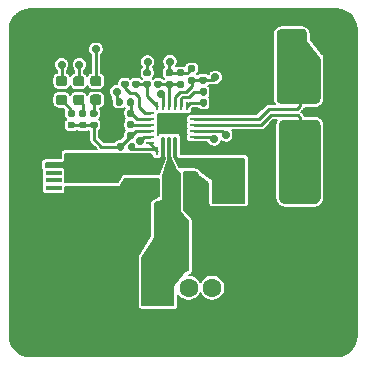
<source format=gbr>
%TF.GenerationSoftware,KiCad,Pcbnew,(5.1.6)-1*%
%TF.CreationDate,2020-10-01T20:51:16-05:00*%
%TF.ProjectId,USB_MP2637,5553425f-4d50-4323-9633-372e6b696361,rev?*%
%TF.SameCoordinates,Original*%
%TF.FileFunction,Copper,L1,Top*%
%TF.FilePolarity,Positive*%
%FSLAX46Y46*%
G04 Gerber Fmt 4.6, Leading zero omitted, Abs format (unit mm)*
G04 Created by KiCad (PCBNEW (5.1.6)-1) date 2020-10-01 20:51:16*
%MOMM*%
%LPD*%
G01*
G04 APERTURE LIST*
%TA.AperFunction,SMDPad,CuDef*%
%ADD10R,1.900000X1.000000*%
%TD*%
%TA.AperFunction,SMDPad,CuDef*%
%ADD11R,1.900000X1.800000*%
%TD*%
%TA.AperFunction,SMDPad,CuDef*%
%ADD12R,1.300000X1.650000*%
%TD*%
%TA.AperFunction,SMDPad,CuDef*%
%ADD13R,1.550000X1.425000*%
%TD*%
%TA.AperFunction,SMDPad,CuDef*%
%ADD14R,1.380000X0.450000*%
%TD*%
%TA.AperFunction,ComponentPad*%
%ADD15C,3.800000*%
%TD*%
%TA.AperFunction,ComponentPad*%
%ADD16R,1.700000X1.700000*%
%TD*%
%TA.AperFunction,ComponentPad*%
%ADD17C,1.600000*%
%TD*%
%TA.AperFunction,ComponentPad*%
%ADD18R,1.600000X1.500000*%
%TD*%
%TA.AperFunction,ComponentPad*%
%ADD19C,3.000000*%
%TD*%
%TA.AperFunction,SMDPad,CuDef*%
%ADD20R,0.250000X1.500000*%
%TD*%
%TA.AperFunction,SMDPad,CuDef*%
%ADD21R,0.250000X0.800000*%
%TD*%
%TA.AperFunction,SMDPad,CuDef*%
%ADD22R,0.800000X0.250000*%
%TD*%
%TA.AperFunction,SMDPad,CuDef*%
%ADD23R,2.350000X3.400000*%
%TD*%
%TA.AperFunction,ViaPad*%
%ADD24C,0.700000*%
%TD*%
%TA.AperFunction,Conductor*%
%ADD25C,0.250000*%
%TD*%
%TA.AperFunction,Conductor*%
%ADD26C,0.200000*%
%TD*%
G04 APERTURE END LIST*
D10*
%TO.P,J4,6*%
%TO.N,GND*%
X101365000Y-136350000D03*
D11*
X101365000Y-133650000D03*
D12*
X101365000Y-138175000D03*
X101365000Y-131425000D03*
D13*
X103940000Y-137287500D03*
X103940000Y-132312500D03*
D14*
%TO.P,J4,5*%
X104025000Y-136100000D03*
%TO.P,J4,4*%
%TO.N,Net-(J4-Pad4)*%
X104025000Y-135450000D03*
%TO.P,J4,3*%
%TO.N,Net-(J4-Pad3)*%
X104025000Y-134800000D03*
%TO.P,J4,2*%
%TO.N,Net-(J4-Pad2)*%
X104025000Y-134150000D03*
%TO.P,J4,1*%
%TO.N,VDC*%
X104025000Y-133500000D03*
%TD*%
%TO.P,D3,2*%
%TO.N,Net-(D3-Pad2)*%
%TA.AperFunction,SMDPad,CuDef*%
G36*
G01*
X107343750Y-127525000D02*
X107856250Y-127525000D01*
G75*
G02*
X108075000Y-127743750I0J-218750D01*
G01*
X108075000Y-128181250D01*
G75*
G02*
X107856250Y-128400000I-218750J0D01*
G01*
X107343750Y-128400000D01*
G75*
G02*
X107125000Y-128181250I0J218750D01*
G01*
X107125000Y-127743750D01*
G75*
G02*
X107343750Y-127525000I218750J0D01*
G01*
G37*
%TD.AperFunction*%
%TO.P,D3,1*%
%TO.N,Net-(D3-Pad1)*%
%TA.AperFunction,SMDPad,CuDef*%
G36*
G01*
X107343750Y-125950000D02*
X107856250Y-125950000D01*
G75*
G02*
X108075000Y-126168750I0J-218750D01*
G01*
X108075000Y-126606250D01*
G75*
G02*
X107856250Y-126825000I-218750J0D01*
G01*
X107343750Y-126825000D01*
G75*
G02*
X107125000Y-126606250I0J218750D01*
G01*
X107125000Y-126168750D01*
G75*
G02*
X107343750Y-125950000I218750J0D01*
G01*
G37*
%TD.AperFunction*%
%TD*%
%TO.P,D2,2*%
%TO.N,Net-(D2-Pad2)*%
%TA.AperFunction,SMDPad,CuDef*%
G36*
G01*
X105893750Y-127550000D02*
X106406250Y-127550000D01*
G75*
G02*
X106625000Y-127768750I0J-218750D01*
G01*
X106625000Y-128206250D01*
G75*
G02*
X106406250Y-128425000I-218750J0D01*
G01*
X105893750Y-128425000D01*
G75*
G02*
X105675000Y-128206250I0J218750D01*
G01*
X105675000Y-127768750D01*
G75*
G02*
X105893750Y-127550000I218750J0D01*
G01*
G37*
%TD.AperFunction*%
%TO.P,D2,1*%
%TO.N,Net-(D2-Pad1)*%
%TA.AperFunction,SMDPad,CuDef*%
G36*
G01*
X105893750Y-125975000D02*
X106406250Y-125975000D01*
G75*
G02*
X106625000Y-126193750I0J-218750D01*
G01*
X106625000Y-126631250D01*
G75*
G02*
X106406250Y-126850000I-218750J0D01*
G01*
X105893750Y-126850000D01*
G75*
G02*
X105675000Y-126631250I0J218750D01*
G01*
X105675000Y-126193750D01*
G75*
G02*
X105893750Y-125975000I218750J0D01*
G01*
G37*
%TD.AperFunction*%
%TD*%
%TO.P,D1,2*%
%TO.N,Net-(D1-Pad2)*%
%TA.AperFunction,SMDPad,CuDef*%
G36*
G01*
X104443750Y-127537500D02*
X104956250Y-127537500D01*
G75*
G02*
X105175000Y-127756250I0J-218750D01*
G01*
X105175000Y-128193750D01*
G75*
G02*
X104956250Y-128412500I-218750J0D01*
G01*
X104443750Y-128412500D01*
G75*
G02*
X104225000Y-128193750I0J218750D01*
G01*
X104225000Y-127756250D01*
G75*
G02*
X104443750Y-127537500I218750J0D01*
G01*
G37*
%TD.AperFunction*%
%TO.P,D1,1*%
%TO.N,Net-(D1-Pad1)*%
%TA.AperFunction,SMDPad,CuDef*%
G36*
G01*
X104443750Y-125962500D02*
X104956250Y-125962500D01*
G75*
G02*
X105175000Y-126181250I0J-218750D01*
G01*
X105175000Y-126618750D01*
G75*
G02*
X104956250Y-126837500I-218750J0D01*
G01*
X104443750Y-126837500D01*
G75*
G02*
X104225000Y-126618750I0J218750D01*
G01*
X104225000Y-126181250D01*
G75*
G02*
X104443750Y-125962500I218750J0D01*
G01*
G37*
%TD.AperFunction*%
%TD*%
D15*
%TO.P,H4,1*%
%TO.N,GND*%
X127750000Y-122250000D03*
%TD*%
%TO.P,H3,1*%
%TO.N,GND*%
X127750000Y-147750000D03*
%TD*%
%TO.P,H2,1*%
%TO.N,GND*%
X102250000Y-147750000D03*
%TD*%
%TO.P,H1,1*%
%TO.N,GND*%
X102250000Y-122250000D03*
%TD*%
D16*
%TO.P,J2,2*%
%TO.N,+BATT*%
X124140000Y-123350000D03*
%TO.P,J2,1*%
%TO.N,GND*%
X121600000Y-123350000D03*
%TD*%
%TO.P,R1,2*%
%TO.N,Net-(L1-Pad2)*%
%TA.AperFunction,SMDPad,CuDef*%
G36*
G01*
X123825000Y-129775000D02*
X125975000Y-129775000D01*
G75*
G02*
X126225000Y-130025000I0J-250000D01*
G01*
X126225000Y-130775000D01*
G75*
G02*
X125975000Y-131025000I-250000J0D01*
G01*
X123825000Y-131025000D01*
G75*
G02*
X123575000Y-130775000I0J250000D01*
G01*
X123575000Y-130025000D01*
G75*
G02*
X123825000Y-129775000I250000J0D01*
G01*
G37*
%TD.AperFunction*%
%TO.P,R1,1*%
%TO.N,+BATT*%
%TA.AperFunction,SMDPad,CuDef*%
G36*
G01*
X123825000Y-126975000D02*
X125975000Y-126975000D01*
G75*
G02*
X126225000Y-127225000I0J-250000D01*
G01*
X126225000Y-127975000D01*
G75*
G02*
X125975000Y-128225000I-250000J0D01*
G01*
X123825000Y-128225000D01*
G75*
G02*
X123575000Y-127975000I0J250000D01*
G01*
X123575000Y-127225000D01*
G75*
G02*
X123825000Y-126975000I250000J0D01*
G01*
G37*
%TD.AperFunction*%
%TD*%
D17*
%TO.P,J3,4*%
%TO.N,GND*%
X119950000Y-143900000D03*
%TO.P,J3,3*%
%TO.N,Net-(J3-Pad3)*%
X117450000Y-143900000D03*
%TO.P,J3,2*%
%TO.N,Net-(J3-Pad2)*%
X115450000Y-143900000D03*
D18*
%TO.P,J3,1*%
%TO.N,+5V*%
X112950000Y-143900000D03*
D19*
%TO.P,J3,5*%
%TO.N,GND*%
X123020000Y-146610000D03*
X109880000Y-146610000D03*
%TD*%
%TO.P,C10,2*%
%TO.N,Net-(C10-Pad2)*%
%TA.AperFunction,SMDPad,CuDef*%
G36*
G01*
X114602500Y-126365000D02*
X114947500Y-126365000D01*
G75*
G02*
X115095000Y-126512500I0J-147500D01*
G01*
X115095000Y-126807500D01*
G75*
G02*
X114947500Y-126955000I-147500J0D01*
G01*
X114602500Y-126955000D01*
G75*
G02*
X114455000Y-126807500I0J147500D01*
G01*
X114455000Y-126512500D01*
G75*
G02*
X114602500Y-126365000I147500J0D01*
G01*
G37*
%TD.AperFunction*%
%TO.P,C10,1*%
%TO.N,+5V*%
%TA.AperFunction,SMDPad,CuDef*%
G36*
G01*
X114602500Y-125395000D02*
X114947500Y-125395000D01*
G75*
G02*
X115095000Y-125542500I0J-147500D01*
G01*
X115095000Y-125837500D01*
G75*
G02*
X114947500Y-125985000I-147500J0D01*
G01*
X114602500Y-125985000D01*
G75*
G02*
X114455000Y-125837500I0J147500D01*
G01*
X114455000Y-125542500D01*
G75*
G02*
X114602500Y-125395000I147500J0D01*
G01*
G37*
%TD.AperFunction*%
%TD*%
%TO.P,C2,2*%
%TO.N,GND*%
%TA.AperFunction,SMDPad,CuDef*%
G36*
G01*
X109860000Y-130827500D02*
X109860000Y-131172500D01*
G75*
G02*
X109712500Y-131320000I-147500J0D01*
G01*
X109417500Y-131320000D01*
G75*
G02*
X109270000Y-131172500I0J147500D01*
G01*
X109270000Y-130827500D01*
G75*
G02*
X109417500Y-130680000I147500J0D01*
G01*
X109712500Y-130680000D01*
G75*
G02*
X109860000Y-130827500I0J-147500D01*
G01*
G37*
%TD.AperFunction*%
%TO.P,C2,1*%
%TO.N,VCC*%
%TA.AperFunction,SMDPad,CuDef*%
G36*
G01*
X110830000Y-130827500D02*
X110830000Y-131172500D01*
G75*
G02*
X110682500Y-131320000I-147500J0D01*
G01*
X110387500Y-131320000D01*
G75*
G02*
X110240000Y-131172500I0J147500D01*
G01*
X110240000Y-130827500D01*
G75*
G02*
X110387500Y-130680000I147500J0D01*
G01*
X110682500Y-130680000D01*
G75*
G02*
X110830000Y-130827500I0J-147500D01*
G01*
G37*
%TD.AperFunction*%
%TD*%
%TO.P,C1,2*%
%TO.N,GND*%
%TA.AperFunction,SMDPad,CuDef*%
G36*
G01*
X110222500Y-125975000D02*
X109877500Y-125975000D01*
G75*
G02*
X109730000Y-125827500I0J147500D01*
G01*
X109730000Y-125532500D01*
G75*
G02*
X109877500Y-125385000I147500J0D01*
G01*
X110222500Y-125385000D01*
G75*
G02*
X110370000Y-125532500I0J-147500D01*
G01*
X110370000Y-125827500D01*
G75*
G02*
X110222500Y-125975000I-147500J0D01*
G01*
G37*
%TD.AperFunction*%
%TO.P,C1,1*%
%TO.N,Net-(C1-Pad1)*%
%TA.AperFunction,SMDPad,CuDef*%
G36*
G01*
X110222500Y-126945000D02*
X109877500Y-126945000D01*
G75*
G02*
X109730000Y-126797500I0J147500D01*
G01*
X109730000Y-126502500D01*
G75*
G02*
X109877500Y-126355000I147500J0D01*
G01*
X110222500Y-126355000D01*
G75*
G02*
X110370000Y-126502500I0J-147500D01*
G01*
X110370000Y-126797500D01*
G75*
G02*
X110222500Y-126945000I-147500J0D01*
G01*
G37*
%TD.AperFunction*%
%TD*%
D20*
%TO.P,U1,23*%
%TO.N,GND*%
X114800000Y-131925000D03*
%TO.P,U1,22*%
%TO.N,Net-(L1-Pad1)*%
X114300000Y-131925000D03*
%TO.P,U1,21*%
%TO.N,+5V*%
X113800000Y-131925000D03*
%TO.P,U1,20*%
%TO.N,VDC*%
X113300000Y-131925000D03*
D21*
%TO.P,U1,24*%
%TO.N,GND*%
X115300000Y-132275000D03*
%TO.P,U1,19*%
%TO.N,Net-(R10-Pad2)*%
X112800000Y-132275000D03*
%TO.P,U1,12*%
%TO.N,Net-(R13-Pad2)*%
X112800000Y-128475000D03*
%TO.P,U1,11*%
%TO.N,Net-(D2-Pad1)*%
X113300000Y-128475000D03*
%TO.P,U1,10*%
%TO.N,Net-(C10-Pad2)*%
X113800000Y-128475000D03*
%TO.P,U1,9*%
%TO.N,NTC*%
X114300000Y-128475000D03*
%TO.P,U1,8*%
%TO.N,Net-(R3-Pad1)*%
X114800000Y-128475000D03*
%TO.P,U1,7*%
%TO.N,Net-(R4-Pad1)*%
X115300000Y-128475000D03*
D22*
%TO.P,U1,18*%
%TO.N,Net-(R10-Pad2)*%
X112150000Y-131625000D03*
%TO.P,U1,17*%
%TO.N,BType*%
X112150000Y-131125000D03*
%TO.P,U1,16*%
%TO.N,VCC*%
X112150000Y-130625000D03*
%TO.P,U1,15*%
%TO.N,Net-(R2-Pad1)*%
X112150000Y-130125000D03*
%TO.P,U1,14*%
%TO.N,Net-(R11-Pad2)*%
X112150000Y-129625000D03*
%TO.P,U1,13*%
%TO.N,Net-(C1-Pad1)*%
X112150000Y-129125000D03*
%TO.P,U1,6*%
%TO.N,GND*%
X115950000Y-129125000D03*
%TO.P,U1,5*%
%TO.N,+BATT*%
X115950000Y-129625000D03*
%TO.P,U1,4*%
%TO.N,Net-(L1-Pad2)*%
X115950000Y-130125000D03*
%TO.P,U1,3*%
%TO.N,Net-(D1-Pad1)*%
X115950000Y-130625000D03*
%TO.P,U1,2*%
%TO.N,Net-(D3-Pad1)*%
X115950000Y-131125000D03*
%TO.P,U1,1*%
%TO.N,GND*%
X115950000Y-131625000D03*
%TD*%
%TO.P,R16,2*%
%TO.N,GND*%
%TA.AperFunction,SMDPad,CuDef*%
G36*
G01*
X113047500Y-125990000D02*
X112702500Y-125990000D01*
G75*
G02*
X112555000Y-125842500I0J147500D01*
G01*
X112555000Y-125547500D01*
G75*
G02*
X112702500Y-125400000I147500J0D01*
G01*
X113047500Y-125400000D01*
G75*
G02*
X113195000Y-125547500I0J-147500D01*
G01*
X113195000Y-125842500D01*
G75*
G02*
X113047500Y-125990000I-147500J0D01*
G01*
G37*
%TD.AperFunction*%
%TO.P,R16,1*%
%TO.N,Net-(C10-Pad2)*%
%TA.AperFunction,SMDPad,CuDef*%
G36*
G01*
X113047500Y-126960000D02*
X112702500Y-126960000D01*
G75*
G02*
X112555000Y-126812500I0J147500D01*
G01*
X112555000Y-126517500D01*
G75*
G02*
X112702500Y-126370000I147500J0D01*
G01*
X113047500Y-126370000D01*
G75*
G02*
X113195000Y-126517500I0J-147500D01*
G01*
X113195000Y-126812500D01*
G75*
G02*
X113047500Y-126960000I-147500J0D01*
G01*
G37*
%TD.AperFunction*%
%TD*%
%TO.P,R15,2*%
%TO.N,Net-(C10-Pad2)*%
%TA.AperFunction,SMDPad,CuDef*%
G36*
G01*
X113652500Y-126370000D02*
X113997500Y-126370000D01*
G75*
G02*
X114145000Y-126517500I0J-147500D01*
G01*
X114145000Y-126812500D01*
G75*
G02*
X113997500Y-126960000I-147500J0D01*
G01*
X113652500Y-126960000D01*
G75*
G02*
X113505000Y-126812500I0J147500D01*
G01*
X113505000Y-126517500D01*
G75*
G02*
X113652500Y-126370000I147500J0D01*
G01*
G37*
%TD.AperFunction*%
%TO.P,R15,1*%
%TO.N,+5V*%
%TA.AperFunction,SMDPad,CuDef*%
G36*
G01*
X113652500Y-125400000D02*
X113997500Y-125400000D01*
G75*
G02*
X114145000Y-125547500I0J-147500D01*
G01*
X114145000Y-125842500D01*
G75*
G02*
X113997500Y-125990000I-147500J0D01*
G01*
X113652500Y-125990000D01*
G75*
G02*
X113505000Y-125842500I0J147500D01*
G01*
X113505000Y-125547500D01*
G75*
G02*
X113652500Y-125400000I147500J0D01*
G01*
G37*
%TD.AperFunction*%
%TD*%
%TO.P,R14,2*%
%TO.N,GND*%
%TA.AperFunction,SMDPad,CuDef*%
G36*
G01*
X111172500Y-125975000D02*
X110827500Y-125975000D01*
G75*
G02*
X110680000Y-125827500I0J147500D01*
G01*
X110680000Y-125532500D01*
G75*
G02*
X110827500Y-125385000I147500J0D01*
G01*
X111172500Y-125385000D01*
G75*
G02*
X111320000Y-125532500I0J-147500D01*
G01*
X111320000Y-125827500D01*
G75*
G02*
X111172500Y-125975000I-147500J0D01*
G01*
G37*
%TD.AperFunction*%
%TO.P,R14,1*%
%TO.N,Net-(R13-Pad2)*%
%TA.AperFunction,SMDPad,CuDef*%
G36*
G01*
X111172500Y-126945000D02*
X110827500Y-126945000D01*
G75*
G02*
X110680000Y-126797500I0J147500D01*
G01*
X110680000Y-126502500D01*
G75*
G02*
X110827500Y-126355000I147500J0D01*
G01*
X111172500Y-126355000D01*
G75*
G02*
X111320000Y-126502500I0J-147500D01*
G01*
X111320000Y-126797500D01*
G75*
G02*
X111172500Y-126945000I-147500J0D01*
G01*
G37*
%TD.AperFunction*%
%TD*%
%TO.P,R13,2*%
%TO.N,Net-(R13-Pad2)*%
%TA.AperFunction,SMDPad,CuDef*%
G36*
G01*
X111777500Y-126365000D02*
X112122500Y-126365000D01*
G75*
G02*
X112270000Y-126512500I0J-147500D01*
G01*
X112270000Y-126807500D01*
G75*
G02*
X112122500Y-126955000I-147500J0D01*
G01*
X111777500Y-126955000D01*
G75*
G02*
X111630000Y-126807500I0J147500D01*
G01*
X111630000Y-126512500D01*
G75*
G02*
X111777500Y-126365000I147500J0D01*
G01*
G37*
%TD.AperFunction*%
%TO.P,R13,1*%
%TO.N,VDC*%
%TA.AperFunction,SMDPad,CuDef*%
G36*
G01*
X111777500Y-125395000D02*
X112122500Y-125395000D01*
G75*
G02*
X112270000Y-125542500I0J-147500D01*
G01*
X112270000Y-125837500D01*
G75*
G02*
X112122500Y-125985000I-147500J0D01*
G01*
X111777500Y-125985000D01*
G75*
G02*
X111630000Y-125837500I0J147500D01*
G01*
X111630000Y-125542500D01*
G75*
G02*
X111777500Y-125395000I147500J0D01*
G01*
G37*
%TD.AperFunction*%
%TD*%
%TO.P,R12,2*%
%TO.N,GND*%
%TA.AperFunction,SMDPad,CuDef*%
G36*
G01*
X109860000Y-128952500D02*
X109860000Y-129297500D01*
G75*
G02*
X109712500Y-129445000I-147500J0D01*
G01*
X109417500Y-129445000D01*
G75*
G02*
X109270000Y-129297500I0J147500D01*
G01*
X109270000Y-128952500D01*
G75*
G02*
X109417500Y-128805000I147500J0D01*
G01*
X109712500Y-128805000D01*
G75*
G02*
X109860000Y-128952500I0J-147500D01*
G01*
G37*
%TD.AperFunction*%
%TO.P,R12,1*%
%TO.N,Net-(R11-Pad2)*%
%TA.AperFunction,SMDPad,CuDef*%
G36*
G01*
X110830000Y-128952500D02*
X110830000Y-129297500D01*
G75*
G02*
X110682500Y-129445000I-147500J0D01*
G01*
X110387500Y-129445000D01*
G75*
G02*
X110240000Y-129297500I0J147500D01*
G01*
X110240000Y-128952500D01*
G75*
G02*
X110387500Y-128805000I147500J0D01*
G01*
X110682500Y-128805000D01*
G75*
G02*
X110830000Y-128952500I0J-147500D01*
G01*
G37*
%TD.AperFunction*%
%TD*%
%TO.P,R11,2*%
%TO.N,Net-(R11-Pad2)*%
%TA.AperFunction,SMDPad,CuDef*%
G36*
G01*
X110240000Y-128347500D02*
X110240000Y-128002500D01*
G75*
G02*
X110387500Y-127855000I147500J0D01*
G01*
X110682500Y-127855000D01*
G75*
G02*
X110830000Y-128002500I0J-147500D01*
G01*
X110830000Y-128347500D01*
G75*
G02*
X110682500Y-128495000I-147500J0D01*
G01*
X110387500Y-128495000D01*
G75*
G02*
X110240000Y-128347500I0J147500D01*
G01*
G37*
%TD.AperFunction*%
%TO.P,R11,1*%
%TO.N,VDC*%
%TA.AperFunction,SMDPad,CuDef*%
G36*
G01*
X109270000Y-128347500D02*
X109270000Y-128002500D01*
G75*
G02*
X109417500Y-127855000I147500J0D01*
G01*
X109712500Y-127855000D01*
G75*
G02*
X109860000Y-128002500I0J-147500D01*
G01*
X109860000Y-128347500D01*
G75*
G02*
X109712500Y-128495000I-147500J0D01*
G01*
X109417500Y-128495000D01*
G75*
G02*
X109270000Y-128347500I0J147500D01*
G01*
G37*
%TD.AperFunction*%
%TD*%
%TO.P,R10,1*%
%TO.N,VCC*%
%TA.AperFunction,SMDPad,CuDef*%
G36*
G01*
X109395000Y-132122500D02*
X109395000Y-131777500D01*
G75*
G02*
X109542500Y-131630000I147500J0D01*
G01*
X109837500Y-131630000D01*
G75*
G02*
X109985000Y-131777500I0J-147500D01*
G01*
X109985000Y-132122500D01*
G75*
G02*
X109837500Y-132270000I-147500J0D01*
G01*
X109542500Y-132270000D01*
G75*
G02*
X109395000Y-132122500I0J147500D01*
G01*
G37*
%TD.AperFunction*%
%TO.P,R10,2*%
%TO.N,Net-(R10-Pad2)*%
%TA.AperFunction,SMDPad,CuDef*%
G36*
G01*
X110365000Y-132122500D02*
X110365000Y-131777500D01*
G75*
G02*
X110512500Y-131630000I147500J0D01*
G01*
X110807500Y-131630000D01*
G75*
G02*
X110955000Y-131777500I0J-147500D01*
G01*
X110955000Y-132122500D01*
G75*
G02*
X110807500Y-132270000I-147500J0D01*
G01*
X110512500Y-132270000D01*
G75*
G02*
X110365000Y-132122500I0J147500D01*
G01*
G37*
%TD.AperFunction*%
%TD*%
%TO.P,R9,2*%
%TO.N,Net-(D3-Pad2)*%
%TA.AperFunction,SMDPad,CuDef*%
G36*
G01*
X107597500Y-129435000D02*
X107252500Y-129435000D01*
G75*
G02*
X107105000Y-129287500I0J147500D01*
G01*
X107105000Y-128992500D01*
G75*
G02*
X107252500Y-128845000I147500J0D01*
G01*
X107597500Y-128845000D01*
G75*
G02*
X107745000Y-128992500I0J-147500D01*
G01*
X107745000Y-129287500D01*
G75*
G02*
X107597500Y-129435000I-147500J0D01*
G01*
G37*
%TD.AperFunction*%
%TO.P,R9,1*%
%TO.N,VCC*%
%TA.AperFunction,SMDPad,CuDef*%
G36*
G01*
X107597500Y-130405000D02*
X107252500Y-130405000D01*
G75*
G02*
X107105000Y-130257500I0J147500D01*
G01*
X107105000Y-129962500D01*
G75*
G02*
X107252500Y-129815000I147500J0D01*
G01*
X107597500Y-129815000D01*
G75*
G02*
X107745000Y-129962500I0J-147500D01*
G01*
X107745000Y-130257500D01*
G75*
G02*
X107597500Y-130405000I-147500J0D01*
G01*
G37*
%TD.AperFunction*%
%TD*%
%TO.P,R8,2*%
%TO.N,Net-(D2-Pad2)*%
%TA.AperFunction,SMDPad,CuDef*%
G36*
G01*
X106647500Y-129435000D02*
X106302500Y-129435000D01*
G75*
G02*
X106155000Y-129287500I0J147500D01*
G01*
X106155000Y-128992500D01*
G75*
G02*
X106302500Y-128845000I147500J0D01*
G01*
X106647500Y-128845000D01*
G75*
G02*
X106795000Y-128992500I0J-147500D01*
G01*
X106795000Y-129287500D01*
G75*
G02*
X106647500Y-129435000I-147500J0D01*
G01*
G37*
%TD.AperFunction*%
%TO.P,R8,1*%
%TO.N,VCC*%
%TA.AperFunction,SMDPad,CuDef*%
G36*
G01*
X106647500Y-130405000D02*
X106302500Y-130405000D01*
G75*
G02*
X106155000Y-130257500I0J147500D01*
G01*
X106155000Y-129962500D01*
G75*
G02*
X106302500Y-129815000I147500J0D01*
G01*
X106647500Y-129815000D01*
G75*
G02*
X106795000Y-129962500I0J-147500D01*
G01*
X106795000Y-130257500D01*
G75*
G02*
X106647500Y-130405000I-147500J0D01*
G01*
G37*
%TD.AperFunction*%
%TD*%
%TO.P,R7,2*%
%TO.N,Net-(D1-Pad2)*%
%TA.AperFunction,SMDPad,CuDef*%
G36*
G01*
X105697500Y-129435000D02*
X105352500Y-129435000D01*
G75*
G02*
X105205000Y-129287500I0J147500D01*
G01*
X105205000Y-128992500D01*
G75*
G02*
X105352500Y-128845000I147500J0D01*
G01*
X105697500Y-128845000D01*
G75*
G02*
X105845000Y-128992500I0J-147500D01*
G01*
X105845000Y-129287500D01*
G75*
G02*
X105697500Y-129435000I-147500J0D01*
G01*
G37*
%TD.AperFunction*%
%TO.P,R7,1*%
%TO.N,VCC*%
%TA.AperFunction,SMDPad,CuDef*%
G36*
G01*
X105697500Y-130405000D02*
X105352500Y-130405000D01*
G75*
G02*
X105205000Y-130257500I0J147500D01*
G01*
X105205000Y-129962500D01*
G75*
G02*
X105352500Y-129815000I147500J0D01*
G01*
X105697500Y-129815000D01*
G75*
G02*
X105845000Y-129962500I0J-147500D01*
G01*
X105845000Y-130257500D01*
G75*
G02*
X105697500Y-130405000I-147500J0D01*
G01*
G37*
%TD.AperFunction*%
%TD*%
%TO.P,R6,2*%
%TO.N,GND*%
%TA.AperFunction,SMDPad,CuDef*%
G36*
G01*
X116822500Y-125635000D02*
X116477500Y-125635000D01*
G75*
G02*
X116330000Y-125487500I0J147500D01*
G01*
X116330000Y-125192500D01*
G75*
G02*
X116477500Y-125045000I147500J0D01*
G01*
X116822500Y-125045000D01*
G75*
G02*
X116970000Y-125192500I0J-147500D01*
G01*
X116970000Y-125487500D01*
G75*
G02*
X116822500Y-125635000I-147500J0D01*
G01*
G37*
%TD.AperFunction*%
%TO.P,R6,1*%
%TO.N,NTC*%
%TA.AperFunction,SMDPad,CuDef*%
G36*
G01*
X116822500Y-126605000D02*
X116477500Y-126605000D01*
G75*
G02*
X116330000Y-126457500I0J147500D01*
G01*
X116330000Y-126162500D01*
G75*
G02*
X116477500Y-126015000I147500J0D01*
G01*
X116822500Y-126015000D01*
G75*
G02*
X116970000Y-126162500I0J-147500D01*
G01*
X116970000Y-126457500D01*
G75*
G02*
X116822500Y-126605000I-147500J0D01*
G01*
G37*
%TD.AperFunction*%
%TD*%
%TO.P,R5,2*%
%TO.N,NTC*%
%TA.AperFunction,SMDPad,CuDef*%
G36*
G01*
X115532500Y-126015000D02*
X115877500Y-126015000D01*
G75*
G02*
X116025000Y-126162500I0J-147500D01*
G01*
X116025000Y-126457500D01*
G75*
G02*
X115877500Y-126605000I-147500J0D01*
G01*
X115532500Y-126605000D01*
G75*
G02*
X115385000Y-126457500I0J147500D01*
G01*
X115385000Y-126162500D01*
G75*
G02*
X115532500Y-126015000I147500J0D01*
G01*
G37*
%TD.AperFunction*%
%TO.P,R5,1*%
%TO.N,+5V*%
%TA.AperFunction,SMDPad,CuDef*%
G36*
G01*
X115532500Y-125045000D02*
X115877500Y-125045000D01*
G75*
G02*
X116025000Y-125192500I0J-147500D01*
G01*
X116025000Y-125487500D01*
G75*
G02*
X115877500Y-125635000I-147500J0D01*
G01*
X115532500Y-125635000D01*
G75*
G02*
X115385000Y-125487500I0J147500D01*
G01*
X115385000Y-125192500D01*
G75*
G02*
X115532500Y-125045000I147500J0D01*
G01*
G37*
%TD.AperFunction*%
%TD*%
%TO.P,R4,2*%
%TO.N,GND*%
%TA.AperFunction,SMDPad,CuDef*%
G36*
G01*
X117380000Y-128397500D02*
X117380000Y-128052500D01*
G75*
G02*
X117527500Y-127905000I147500J0D01*
G01*
X117822500Y-127905000D01*
G75*
G02*
X117970000Y-128052500I0J-147500D01*
G01*
X117970000Y-128397500D01*
G75*
G02*
X117822500Y-128545000I-147500J0D01*
G01*
X117527500Y-128545000D01*
G75*
G02*
X117380000Y-128397500I0J147500D01*
G01*
G37*
%TD.AperFunction*%
%TO.P,R4,1*%
%TO.N,Net-(R4-Pad1)*%
%TA.AperFunction,SMDPad,CuDef*%
G36*
G01*
X116410000Y-128397500D02*
X116410000Y-128052500D01*
G75*
G02*
X116557500Y-127905000I147500J0D01*
G01*
X116852500Y-127905000D01*
G75*
G02*
X117000000Y-128052500I0J-147500D01*
G01*
X117000000Y-128397500D01*
G75*
G02*
X116852500Y-128545000I-147500J0D01*
G01*
X116557500Y-128545000D01*
G75*
G02*
X116410000Y-128397500I0J147500D01*
G01*
G37*
%TD.AperFunction*%
%TD*%
%TO.P,R3,2*%
%TO.N,GND*%
%TA.AperFunction,SMDPad,CuDef*%
G36*
G01*
X117380000Y-127472500D02*
X117380000Y-127127500D01*
G75*
G02*
X117527500Y-126980000I147500J0D01*
G01*
X117822500Y-126980000D01*
G75*
G02*
X117970000Y-127127500I0J-147500D01*
G01*
X117970000Y-127472500D01*
G75*
G02*
X117822500Y-127620000I-147500J0D01*
G01*
X117527500Y-127620000D01*
G75*
G02*
X117380000Y-127472500I0J147500D01*
G01*
G37*
%TD.AperFunction*%
%TO.P,R3,1*%
%TO.N,Net-(R3-Pad1)*%
%TA.AperFunction,SMDPad,CuDef*%
G36*
G01*
X116410000Y-127472500D02*
X116410000Y-127127500D01*
G75*
G02*
X116557500Y-126980000I147500J0D01*
G01*
X116852500Y-126980000D01*
G75*
G02*
X117000000Y-127127500I0J-147500D01*
G01*
X117000000Y-127472500D01*
G75*
G02*
X116852500Y-127620000I-147500J0D01*
G01*
X116557500Y-127620000D01*
G75*
G02*
X116410000Y-127472500I0J147500D01*
G01*
G37*
%TD.AperFunction*%
%TD*%
%TO.P,R2,2*%
%TO.N,GND*%
%TA.AperFunction,SMDPad,CuDef*%
G36*
G01*
X109860000Y-129902500D02*
X109860000Y-130247500D01*
G75*
G02*
X109712500Y-130395000I-147500J0D01*
G01*
X109417500Y-130395000D01*
G75*
G02*
X109270000Y-130247500I0J147500D01*
G01*
X109270000Y-129902500D01*
G75*
G02*
X109417500Y-129755000I147500J0D01*
G01*
X109712500Y-129755000D01*
G75*
G02*
X109860000Y-129902500I0J-147500D01*
G01*
G37*
%TD.AperFunction*%
%TO.P,R2,1*%
%TO.N,Net-(R2-Pad1)*%
%TA.AperFunction,SMDPad,CuDef*%
G36*
G01*
X110830000Y-129902500D02*
X110830000Y-130247500D01*
G75*
G02*
X110682500Y-130395000I-147500J0D01*
G01*
X110387500Y-130395000D01*
G75*
G02*
X110240000Y-130247500I0J147500D01*
G01*
X110240000Y-129902500D01*
G75*
G02*
X110387500Y-129755000I147500J0D01*
G01*
X110682500Y-129755000D01*
G75*
G02*
X110830000Y-129902500I0J-147500D01*
G01*
G37*
%TD.AperFunction*%
%TD*%
D23*
%TO.P,L1,2*%
%TO.N,Net-(L1-Pad2)*%
X124975000Y-134875000D03*
%TO.P,L1,1*%
%TO.N,Net-(L1-Pad1)*%
X118925000Y-134875000D03*
%TD*%
D16*
%TO.P,J1,2*%
%TO.N,VDC*%
X105900000Y-133860000D03*
%TO.P,J1,1*%
%TO.N,GND*%
X105900000Y-136400000D03*
%TD*%
%TO.P,C9,2*%
%TO.N,GND*%
%TA.AperFunction,SMDPad,CuDef*%
G36*
G01*
X115325000Y-136706250D02*
X115325000Y-135793750D01*
G75*
G02*
X115568750Y-135550000I243750J0D01*
G01*
X116056250Y-135550000D01*
G75*
G02*
X116300000Y-135793750I0J-243750D01*
G01*
X116300000Y-136706250D01*
G75*
G02*
X116056250Y-136950000I-243750J0D01*
G01*
X115568750Y-136950000D01*
G75*
G02*
X115325000Y-136706250I0J243750D01*
G01*
G37*
%TD.AperFunction*%
%TO.P,C9,1*%
%TO.N,+5V*%
%TA.AperFunction,SMDPad,CuDef*%
G36*
G01*
X113450000Y-136706250D02*
X113450000Y-135793750D01*
G75*
G02*
X113693750Y-135550000I243750J0D01*
G01*
X114181250Y-135550000D01*
G75*
G02*
X114425000Y-135793750I0J-243750D01*
G01*
X114425000Y-136706250D01*
G75*
G02*
X114181250Y-136950000I-243750J0D01*
G01*
X113693750Y-136950000D01*
G75*
G02*
X113450000Y-136706250I0J243750D01*
G01*
G37*
%TD.AperFunction*%
%TD*%
%TO.P,C8,2*%
%TO.N,GND*%
%TA.AperFunction,SMDPad,CuDef*%
G36*
G01*
X115325000Y-135181250D02*
X115325000Y-134268750D01*
G75*
G02*
X115568750Y-134025000I243750J0D01*
G01*
X116056250Y-134025000D01*
G75*
G02*
X116300000Y-134268750I0J-243750D01*
G01*
X116300000Y-135181250D01*
G75*
G02*
X116056250Y-135425000I-243750J0D01*
G01*
X115568750Y-135425000D01*
G75*
G02*
X115325000Y-135181250I0J243750D01*
G01*
G37*
%TD.AperFunction*%
%TO.P,C8,1*%
%TO.N,+5V*%
%TA.AperFunction,SMDPad,CuDef*%
G36*
G01*
X113450000Y-135181250D02*
X113450000Y-134268750D01*
G75*
G02*
X113693750Y-134025000I243750J0D01*
G01*
X114181250Y-134025000D01*
G75*
G02*
X114425000Y-134268750I0J-243750D01*
G01*
X114425000Y-135181250D01*
G75*
G02*
X114181250Y-135425000I-243750J0D01*
G01*
X113693750Y-135425000D01*
G75*
G02*
X113450000Y-135181250I0J243750D01*
G01*
G37*
%TD.AperFunction*%
%TD*%
%TO.P,C7,2*%
%TO.N,GND*%
%TA.AperFunction,SMDPad,CuDef*%
G36*
G01*
X116225000Y-139525000D02*
X116225000Y-137375000D01*
G75*
G02*
X116475000Y-137125000I250000J0D01*
G01*
X117225000Y-137125000D01*
G75*
G02*
X117475000Y-137375000I0J-250000D01*
G01*
X117475000Y-139525000D01*
G75*
G02*
X117225000Y-139775000I-250000J0D01*
G01*
X116475000Y-139775000D01*
G75*
G02*
X116225000Y-139525000I0J250000D01*
G01*
G37*
%TD.AperFunction*%
%TO.P,C7,1*%
%TO.N,+5V*%
%TA.AperFunction,SMDPad,CuDef*%
G36*
G01*
X113425000Y-139525000D02*
X113425000Y-137375000D01*
G75*
G02*
X113675000Y-137125000I250000J0D01*
G01*
X114425000Y-137125000D01*
G75*
G02*
X114675000Y-137375000I0J-250000D01*
G01*
X114675000Y-139525000D01*
G75*
G02*
X114425000Y-139775000I-250000J0D01*
G01*
X113675000Y-139775000D01*
G75*
G02*
X113425000Y-139525000I0J250000D01*
G01*
G37*
%TD.AperFunction*%
%TD*%
%TO.P,C6,2*%
%TO.N,GND*%
%TA.AperFunction,SMDPad,CuDef*%
G36*
G01*
X111793750Y-135100000D02*
X112706250Y-135100000D01*
G75*
G02*
X112950000Y-135343750I0J-243750D01*
G01*
X112950000Y-135831250D01*
G75*
G02*
X112706250Y-136075000I-243750J0D01*
G01*
X111793750Y-136075000D01*
G75*
G02*
X111550000Y-135831250I0J243750D01*
G01*
X111550000Y-135343750D01*
G75*
G02*
X111793750Y-135100000I243750J0D01*
G01*
G37*
%TD.AperFunction*%
%TO.P,C6,1*%
%TO.N,VDC*%
%TA.AperFunction,SMDPad,CuDef*%
G36*
G01*
X111793750Y-133225000D02*
X112706250Y-133225000D01*
G75*
G02*
X112950000Y-133468750I0J-243750D01*
G01*
X112950000Y-133956250D01*
G75*
G02*
X112706250Y-134200000I-243750J0D01*
G01*
X111793750Y-134200000D01*
G75*
G02*
X111550000Y-133956250I0J243750D01*
G01*
X111550000Y-133468750D01*
G75*
G02*
X111793750Y-133225000I243750J0D01*
G01*
G37*
%TD.AperFunction*%
%TD*%
%TO.P,C5,2*%
%TO.N,GND*%
%TA.AperFunction,SMDPad,CuDef*%
G36*
G01*
X110243750Y-135100000D02*
X111156250Y-135100000D01*
G75*
G02*
X111400000Y-135343750I0J-243750D01*
G01*
X111400000Y-135831250D01*
G75*
G02*
X111156250Y-136075000I-243750J0D01*
G01*
X110243750Y-136075000D01*
G75*
G02*
X110000000Y-135831250I0J243750D01*
G01*
X110000000Y-135343750D01*
G75*
G02*
X110243750Y-135100000I243750J0D01*
G01*
G37*
%TD.AperFunction*%
%TO.P,C5,1*%
%TO.N,VDC*%
%TA.AperFunction,SMDPad,CuDef*%
G36*
G01*
X110243750Y-133225000D02*
X111156250Y-133225000D01*
G75*
G02*
X111400000Y-133468750I0J-243750D01*
G01*
X111400000Y-133956250D01*
G75*
G02*
X111156250Y-134200000I-243750J0D01*
G01*
X110243750Y-134200000D01*
G75*
G02*
X110000000Y-133956250I0J243750D01*
G01*
X110000000Y-133468750D01*
G75*
G02*
X110243750Y-133225000I243750J0D01*
G01*
G37*
%TD.AperFunction*%
%TD*%
%TO.P,C4,2*%
%TO.N,GND*%
%TA.AperFunction,SMDPad,CuDef*%
G36*
G01*
X107425000Y-136025000D02*
X109575000Y-136025000D01*
G75*
G02*
X109825000Y-136275000I0J-250000D01*
G01*
X109825000Y-137025000D01*
G75*
G02*
X109575000Y-137275000I-250000J0D01*
G01*
X107425000Y-137275000D01*
G75*
G02*
X107175000Y-137025000I0J250000D01*
G01*
X107175000Y-136275000D01*
G75*
G02*
X107425000Y-136025000I250000J0D01*
G01*
G37*
%TD.AperFunction*%
%TO.P,C4,1*%
%TO.N,VDC*%
%TA.AperFunction,SMDPad,CuDef*%
G36*
G01*
X107425000Y-133225000D02*
X109575000Y-133225000D01*
G75*
G02*
X109825000Y-133475000I0J-250000D01*
G01*
X109825000Y-134225000D01*
G75*
G02*
X109575000Y-134475000I-250000J0D01*
G01*
X107425000Y-134475000D01*
G75*
G02*
X107175000Y-134225000I0J250000D01*
G01*
X107175000Y-133475000D01*
G75*
G02*
X107425000Y-133225000I250000J0D01*
G01*
G37*
%TD.AperFunction*%
%TD*%
%TO.P,C3,2*%
%TO.N,GND*%
%TA.AperFunction,SMDPad,CuDef*%
G36*
G01*
X122550000Y-125418750D02*
X122550000Y-126331250D01*
G75*
G02*
X122306250Y-126575000I-243750J0D01*
G01*
X121818750Y-126575000D01*
G75*
G02*
X121575000Y-126331250I0J243750D01*
G01*
X121575000Y-125418750D01*
G75*
G02*
X121818750Y-125175000I243750J0D01*
G01*
X122306250Y-125175000D01*
G75*
G02*
X122550000Y-125418750I0J-243750D01*
G01*
G37*
%TD.AperFunction*%
%TO.P,C3,1*%
%TO.N,+BATT*%
%TA.AperFunction,SMDPad,CuDef*%
G36*
G01*
X124425000Y-125418750D02*
X124425000Y-126331250D01*
G75*
G02*
X124181250Y-126575000I-243750J0D01*
G01*
X123693750Y-126575000D01*
G75*
G02*
X123450000Y-126331250I0J243750D01*
G01*
X123450000Y-125418750D01*
G75*
G02*
X123693750Y-125175000I243750J0D01*
G01*
X124181250Y-125175000D01*
G75*
G02*
X124425000Y-125418750I0J-243750D01*
G01*
G37*
%TD.AperFunction*%
%TD*%
D24*
%TO.N,GND*%
X108475000Y-129500000D03*
X108475000Y-130700000D03*
X113300000Y-129600000D03*
X114300000Y-129600000D03*
X113300000Y-130500000D03*
X114300000Y-130500000D03*
X120900000Y-130975000D03*
X119900000Y-130975000D03*
X118475000Y-121450000D03*
X118475000Y-122350000D03*
X118475000Y-123250000D03*
X118475000Y-124150000D03*
X117500000Y-124150000D03*
X117500000Y-123250000D03*
X117500000Y-122350000D03*
X117500000Y-121450000D03*
X103400000Y-139950000D03*
X104300000Y-139950000D03*
X105200000Y-139950000D03*
X106100000Y-139950000D03*
X107000000Y-139950000D03*
X107000000Y-140850000D03*
X106100000Y-140850000D03*
X105200000Y-140850000D03*
X104300000Y-140850000D03*
X103400000Y-140850000D03*
X103400000Y-141750000D03*
X104300000Y-141750000D03*
X105200000Y-141750000D03*
X106100000Y-141750000D03*
X107000000Y-141750000D03*
X125775000Y-142925000D03*
X125775000Y-142025000D03*
X125775000Y-141125000D03*
X125775000Y-140225000D03*
X125775000Y-139325000D03*
X126675000Y-139325000D03*
X126675000Y-140225000D03*
X126675000Y-141125000D03*
X126675000Y-142025000D03*
X126675000Y-142925000D03*
X127575000Y-142925000D03*
X127575000Y-142025000D03*
X127575000Y-141125000D03*
X127575000Y-140225000D03*
X127575000Y-139325000D03*
X119475000Y-121450000D03*
X119475000Y-122350000D03*
X119475000Y-123250000D03*
X119475000Y-124150000D03*
X121900000Y-130975000D03*
X112700000Y-121000000D03*
X111800000Y-121000000D03*
X110900000Y-121000000D03*
X110000000Y-121000000D03*
X109100000Y-121000000D03*
X108200000Y-121000000D03*
X107300000Y-121000000D03*
X103400000Y-139000000D03*
X104300000Y-139000000D03*
X105200000Y-139000000D03*
X106100000Y-139000000D03*
X107000000Y-139000000D03*
X122400000Y-133325000D03*
X122400000Y-134325000D03*
X122400000Y-135325000D03*
X122400000Y-136325000D03*
X122400000Y-137225000D03*
X128700000Y-129525000D03*
X128700000Y-130500000D03*
X128700000Y-131450000D03*
X128700000Y-132400000D03*
X128700000Y-133350000D03*
X116075000Y-148950000D03*
X117025000Y-148950000D03*
X117975000Y-148950000D03*
X118925000Y-148950000D03*
X119875000Y-148950000D03*
X114550000Y-121025000D03*
X113625000Y-121025000D03*
X122400000Y-132400000D03*
X125850000Y-129000000D03*
X116075000Y-147975000D03*
X117025000Y-147975000D03*
X117975000Y-147975000D03*
X118925000Y-147975000D03*
X119875000Y-147975000D03*
X119875000Y-147000000D03*
X118925000Y-147000000D03*
X117975000Y-147000000D03*
X117025000Y-147000000D03*
X116075000Y-147000000D03*
X106100000Y-144950000D03*
X107000000Y-144950000D03*
X107000000Y-144050000D03*
X106100000Y-144050000D03*
X105200000Y-144050000D03*
X104300000Y-144050000D03*
X103400000Y-144050000D03*
X103400000Y-144950000D03*
X104300000Y-144950000D03*
X105200000Y-144950000D03*
X117500000Y-125050000D03*
X118475000Y-125050000D03*
X119475000Y-125050000D03*
X116775000Y-135500000D03*
X116775000Y-136600000D03*
X118375000Y-137600000D03*
X118375000Y-138675000D03*
X118375000Y-139700000D03*
X110525000Y-136725000D03*
X111500000Y-136725000D03*
X109500000Y-138100000D03*
X108600000Y-138100000D03*
%TO.N,VDC*%
X109350000Y-127300000D03*
X111975000Y-124775000D03*
%TO.N,+5V*%
X112850000Y-137725000D03*
X112850000Y-136925000D03*
X113875000Y-124750000D03*
X112850000Y-140175000D03*
X112850000Y-138550000D03*
X112850000Y-139350000D03*
X115100000Y-140200000D03*
X115100000Y-139375000D03*
X115100000Y-138550000D03*
X112850000Y-141000000D03*
X115100000Y-141025000D03*
%TO.N,Net-(D1-Pad1)*%
X118600000Y-130950000D03*
X104700000Y-125000000D03*
%TO.N,Net-(D2-Pad1)*%
X113100000Y-127525000D03*
X106200000Y-125000000D03*
%TO.N,Net-(D3-Pad1)*%
X117600000Y-131300000D03*
X107600000Y-123700000D03*
%TO.N,BType*%
X111328888Y-131434574D03*
%TO.N,NTC*%
X117725000Y-126075000D03*
%TD*%
D25*
%TO.N,Net-(C1-Pad1)*%
X112150000Y-129125000D02*
X111775000Y-129125000D01*
X111775000Y-129125000D02*
X111250000Y-128600000D01*
X111250000Y-127725000D02*
X110945010Y-127420010D01*
X111250000Y-128600000D02*
X111250000Y-127725000D01*
X110050000Y-126945000D02*
X110050000Y-126650000D01*
X110525010Y-127420010D02*
X110050000Y-126945000D01*
X110945010Y-127420010D02*
X110525010Y-127420010D01*
%TO.N,VCC*%
X110598232Y-131000000D02*
X110535000Y-131000000D01*
X110973232Y-130625000D02*
X110598232Y-131000000D01*
X112150000Y-130625000D02*
X110973232Y-130625000D01*
X110535000Y-131018232D02*
X110535000Y-131000000D01*
X109690000Y-131863232D02*
X110535000Y-131018232D01*
X109690000Y-131950000D02*
X109690000Y-131863232D01*
X107425000Y-130110000D02*
X107425000Y-131300000D01*
X108075000Y-131950000D02*
X109690000Y-131950000D01*
X107425000Y-131300000D02*
X108075000Y-131950000D01*
X107425000Y-130110000D02*
X106475000Y-130110000D01*
X106475000Y-130110000D02*
X105525000Y-130110000D01*
%TO.N,+BATT*%
X124650000Y-128750000D02*
X124900000Y-128500000D01*
X122250000Y-128750000D02*
X124650000Y-128750000D01*
X124900000Y-128500000D02*
X124900000Y-127600000D01*
X115950000Y-129625000D02*
X121375000Y-129625000D01*
X121375000Y-129625000D02*
X122250000Y-128750000D01*
%TO.N,VDC*%
X111950000Y-125690000D02*
X111950000Y-124800000D01*
X111950000Y-124800000D02*
X111975000Y-124775000D01*
X109350000Y-127960000D02*
X109565000Y-128175000D01*
X109350000Y-127300000D02*
X109350000Y-127960000D01*
%TO.N,+5V*%
X114770000Y-125695000D02*
X114775000Y-125690000D01*
X113825000Y-125695000D02*
X114770000Y-125695000D01*
X115355000Y-125690000D02*
X115705000Y-125340000D01*
X114775000Y-125690000D02*
X115355000Y-125690000D01*
X113825000Y-125695000D02*
X113825000Y-124800000D01*
X113825000Y-124800000D02*
X113875000Y-124750000D01*
X114050000Y-139125000D02*
X113600000Y-139125000D01*
X113925000Y-139125000D02*
X112850000Y-140200000D01*
X114050000Y-139125000D02*
X113925000Y-139125000D01*
%TO.N,Net-(C10-Pad2)*%
X113830000Y-126660000D02*
X113825000Y-126665000D01*
X114775000Y-126660000D02*
X113830000Y-126660000D01*
X112875000Y-126665000D02*
X113825000Y-126665000D01*
X113800000Y-126690000D02*
X113825000Y-126665000D01*
X113800000Y-128475000D02*
X113800000Y-126690000D01*
%TO.N,Net-(D1-Pad2)*%
X105525000Y-128800000D02*
X104700000Y-127975000D01*
X105525000Y-129140000D02*
X105525000Y-128800000D01*
%TO.N,Net-(D1-Pad1)*%
X118275000Y-130625000D02*
X118600000Y-130950000D01*
X115950000Y-130625000D02*
X118275000Y-130625000D01*
X104700000Y-125000000D02*
X104700000Y-126400000D01*
%TO.N,Net-(D2-Pad2)*%
X106475000Y-128312500D02*
X106150000Y-127987500D01*
X106475000Y-129140000D02*
X106475000Y-128312500D01*
%TO.N,Net-(D2-Pad1)*%
X113300000Y-128475000D02*
X113300000Y-127725000D01*
X113300000Y-127725000D02*
X113100000Y-127525000D01*
X106200000Y-126362500D02*
X106150000Y-126412500D01*
X106200000Y-125000000D02*
X106200000Y-126362500D01*
%TO.N,Net-(D3-Pad2)*%
X107425000Y-128137500D02*
X107600000Y-127962500D01*
X107425000Y-129140000D02*
X107425000Y-128137500D01*
%TO.N,Net-(D3-Pad1)*%
X115950000Y-131125000D02*
X117425000Y-131125000D01*
X117425000Y-131125000D02*
X117600000Y-131300000D01*
X107600000Y-123700000D02*
X107600000Y-126387500D01*
%TO.N,Net-(L1-Pad2)*%
X124900000Y-129500000D02*
X124900000Y-130400000D01*
X124700000Y-129300000D02*
X124900000Y-129500000D01*
X122450000Y-129300000D02*
X124700000Y-129300000D01*
X115950000Y-130125000D02*
X121625000Y-130125000D01*
X121625000Y-130125000D02*
X122450000Y-129300000D01*
%TO.N,Net-(R2-Pad1)*%
X110585000Y-130125000D02*
X110535000Y-130075000D01*
X112150000Y-130125000D02*
X110585000Y-130125000D01*
%TO.N,Net-(R3-Pad1)*%
X114925001Y-127749999D02*
X115500001Y-127749999D01*
X114800000Y-128475000D02*
X114800000Y-127875000D01*
X114800000Y-127875000D02*
X114925001Y-127749999D01*
X115950000Y-127300000D02*
X116705000Y-127300000D01*
X115500001Y-127749999D02*
X115950000Y-127300000D01*
%TO.N,Net-(R4-Pad1)*%
X115550000Y-128225000D02*
X115300000Y-128475000D01*
X116705000Y-128225000D02*
X115550000Y-128225000D01*
%TO.N,Net-(R10-Pad2)*%
X110819575Y-132109575D02*
X110660000Y-131950000D01*
X111662464Y-132100000D02*
X111652889Y-132109575D01*
X111652889Y-132109575D02*
X110819575Y-132109575D01*
X112625000Y-132100000D02*
X111662464Y-132100000D01*
X112150000Y-131625000D02*
X112625000Y-132100000D01*
X112625000Y-132100000D02*
X112800000Y-132275000D01*
%TO.N,Net-(R11-Pad2)*%
X110535000Y-128175000D02*
X110535000Y-129125000D01*
X110573232Y-129125000D02*
X110535000Y-129125000D01*
X111073232Y-129625000D02*
X110573232Y-129125000D01*
X112150000Y-129625000D02*
X111073232Y-129625000D01*
%TO.N,Net-(R13-Pad2)*%
X111940000Y-126650000D02*
X111950000Y-126660000D01*
X111000000Y-126650000D02*
X111940000Y-126650000D01*
X111950000Y-127625000D02*
X111950000Y-126735000D01*
X112800000Y-128475000D02*
X111950000Y-127625000D01*
%TO.N,BType*%
X112150000Y-131125000D02*
X111638462Y-131125000D01*
X111638462Y-131125000D02*
X111328888Y-131434574D01*
%TO.N,NTC*%
X116650000Y-126310000D02*
X115705000Y-126310000D01*
X114300000Y-127728588D02*
X114728599Y-127299989D01*
X114300000Y-128475000D02*
X114300000Y-127728588D01*
X114728599Y-127299989D02*
X115200011Y-127299989D01*
X115705000Y-126795000D02*
X115705000Y-126310000D01*
X115200011Y-127299989D02*
X115705000Y-126795000D01*
X116650000Y-126310000D02*
X117490000Y-126310000D01*
X117490000Y-126310000D02*
X117725000Y-126075000D01*
%TD*%
D26*
%TO.N,VDC*%
G36*
X113373549Y-132675000D02*
G01*
X113379341Y-132733810D01*
X113396496Y-132790360D01*
X113423220Y-132840357D01*
X113424783Y-132959137D01*
X112978329Y-134275000D01*
X109900000Y-134275000D01*
X109880491Y-134276921D01*
X109861732Y-134282612D01*
X109844443Y-134291853D01*
X109829289Y-134304289D01*
X109813176Y-134325386D01*
X109442004Y-134974937D01*
X105016451Y-134970116D01*
X105016451Y-134575000D01*
X105010659Y-134516190D01*
X105010000Y-134514018D01*
X105010000Y-134435982D01*
X105010659Y-134433810D01*
X105016451Y-134375000D01*
X105016451Y-133925000D01*
X105010659Y-133866190D01*
X104993504Y-133809640D01*
X104965647Y-133757523D01*
X104928158Y-133711842D01*
X104882477Y-133674353D01*
X104830360Y-133646496D01*
X104773810Y-133629341D01*
X104715000Y-133623549D01*
X103390000Y-133623549D01*
X103390000Y-133326451D01*
X104715000Y-133326451D01*
X104729733Y-133325000D01*
X104760000Y-133325000D01*
X104779509Y-133323079D01*
X104798268Y-133317388D01*
X104815557Y-133308147D01*
X104815852Y-133307905D01*
X104830360Y-133303504D01*
X104882477Y-133275647D01*
X104928158Y-133238158D01*
X104965647Y-133192477D01*
X104993504Y-133140360D01*
X105010659Y-133083810D01*
X105016451Y-133025000D01*
X105016451Y-132570072D01*
X112219692Y-132574979D01*
X112373818Y-132677730D01*
X112379341Y-132733810D01*
X112396496Y-132790360D01*
X112424353Y-132842477D01*
X112461842Y-132888158D01*
X112507523Y-132925647D01*
X112559640Y-132953504D01*
X112616190Y-132970659D01*
X112675000Y-132976451D01*
X112925000Y-132976451D01*
X112983810Y-132970659D01*
X113040360Y-132953504D01*
X113092477Y-132925647D01*
X113138158Y-132888158D01*
X113175647Y-132842477D01*
X113203504Y-132790360D01*
X113220659Y-132733810D01*
X113226451Y-132675000D01*
X113226451Y-132281132D01*
X113227055Y-132274999D01*
X113226451Y-132268866D01*
X113226451Y-131875000D01*
X113220659Y-131816190D01*
X113203504Y-131759640D01*
X113200000Y-131753084D01*
X113200000Y-131175000D01*
X113373549Y-131175000D01*
X113373549Y-132675000D01*
G37*
X113373549Y-132675000D02*
X113379341Y-132733810D01*
X113396496Y-132790360D01*
X113423220Y-132840357D01*
X113424783Y-132959137D01*
X112978329Y-134275000D01*
X109900000Y-134275000D01*
X109880491Y-134276921D01*
X109861732Y-134282612D01*
X109844443Y-134291853D01*
X109829289Y-134304289D01*
X109813176Y-134325386D01*
X109442004Y-134974937D01*
X105016451Y-134970116D01*
X105016451Y-134575000D01*
X105010659Y-134516190D01*
X105010000Y-134514018D01*
X105010000Y-134435982D01*
X105010659Y-134433810D01*
X105016451Y-134375000D01*
X105016451Y-133925000D01*
X105010659Y-133866190D01*
X104993504Y-133809640D01*
X104965647Y-133757523D01*
X104928158Y-133711842D01*
X104882477Y-133674353D01*
X104830360Y-133646496D01*
X104773810Y-133629341D01*
X104715000Y-133623549D01*
X103390000Y-133623549D01*
X103390000Y-133326451D01*
X104715000Y-133326451D01*
X104729733Y-133325000D01*
X104760000Y-133325000D01*
X104779509Y-133323079D01*
X104798268Y-133317388D01*
X104815557Y-133308147D01*
X104815852Y-133307905D01*
X104830360Y-133303504D01*
X104882477Y-133275647D01*
X104928158Y-133238158D01*
X104965647Y-133192477D01*
X104993504Y-133140360D01*
X105010659Y-133083810D01*
X105016451Y-133025000D01*
X105016451Y-132570072D01*
X112219692Y-132574979D01*
X112373818Y-132677730D01*
X112379341Y-132733810D01*
X112396496Y-132790360D01*
X112424353Y-132842477D01*
X112461842Y-132888158D01*
X112507523Y-132925647D01*
X112559640Y-132953504D01*
X112616190Y-132970659D01*
X112675000Y-132976451D01*
X112925000Y-132976451D01*
X112983810Y-132970659D01*
X113040360Y-132953504D01*
X113092477Y-132925647D01*
X113138158Y-132888158D01*
X113175647Y-132842477D01*
X113203504Y-132790360D01*
X113220659Y-132733810D01*
X113226451Y-132675000D01*
X113226451Y-132281132D01*
X113227055Y-132274999D01*
X113226451Y-132268866D01*
X113226451Y-131875000D01*
X113220659Y-131816190D01*
X113203504Y-131759640D01*
X113200000Y-131753084D01*
X113200000Y-131175000D01*
X113373549Y-131175000D01*
X113373549Y-132675000D01*
%TO.N,Net-(L1-Pad1)*%
G36*
X114373549Y-132675000D02*
G01*
X114379341Y-132733810D01*
X114396496Y-132790360D01*
X114424353Y-132842477D01*
X114461842Y-132888158D01*
X114507523Y-132925647D01*
X114559640Y-132953504D01*
X114616190Y-132970659D01*
X114623527Y-132971382D01*
X114624010Y-132971564D01*
X114650000Y-132975000D01*
X114660267Y-132975000D01*
X114675000Y-132976451D01*
X114925000Y-132976451D01*
X114939733Y-132975000D01*
X115160267Y-132975000D01*
X115175000Y-132976451D01*
X115425000Y-132976451D01*
X115439733Y-132975000D01*
X120150000Y-132975000D01*
X120150000Y-136675000D01*
X117525000Y-136675000D01*
X117525000Y-134850000D01*
X117523079Y-134830491D01*
X117517388Y-134811732D01*
X117508147Y-134794443D01*
X117495711Y-134779289D01*
X117483899Y-134769186D01*
X116573849Y-134105929D01*
X116559950Y-134060111D01*
X116509568Y-133965853D01*
X116441765Y-133883235D01*
X116359147Y-133815432D01*
X116264889Y-133765050D01*
X116162613Y-133734025D01*
X116056250Y-133723549D01*
X116049188Y-133723549D01*
X116008899Y-133694186D01*
X115992001Y-133684248D01*
X115973489Y-133677798D01*
X115950000Y-133675000D01*
X114613367Y-133675000D01*
X114225000Y-132852575D01*
X114225000Y-132689733D01*
X114226451Y-132675000D01*
X114226451Y-131175000D01*
X114373549Y-131175000D01*
X114373549Y-132675000D01*
G37*
X114373549Y-132675000D02*
X114379341Y-132733810D01*
X114396496Y-132790360D01*
X114424353Y-132842477D01*
X114461842Y-132888158D01*
X114507523Y-132925647D01*
X114559640Y-132953504D01*
X114616190Y-132970659D01*
X114623527Y-132971382D01*
X114624010Y-132971564D01*
X114650000Y-132975000D01*
X114660267Y-132975000D01*
X114675000Y-132976451D01*
X114925000Y-132976451D01*
X114939733Y-132975000D01*
X115160267Y-132975000D01*
X115175000Y-132976451D01*
X115425000Y-132976451D01*
X115439733Y-132975000D01*
X120150000Y-132975000D01*
X120150000Y-136675000D01*
X117525000Y-136675000D01*
X117525000Y-134850000D01*
X117523079Y-134830491D01*
X117517388Y-134811732D01*
X117508147Y-134794443D01*
X117495711Y-134779289D01*
X117483899Y-134769186D01*
X116573849Y-134105929D01*
X116559950Y-134060111D01*
X116509568Y-133965853D01*
X116441765Y-133883235D01*
X116359147Y-133815432D01*
X116264889Y-133765050D01*
X116162613Y-133734025D01*
X116056250Y-133723549D01*
X116049188Y-133723549D01*
X116008899Y-133694186D01*
X115992001Y-133684248D01*
X115973489Y-133677798D01*
X115950000Y-133675000D01*
X114613367Y-133675000D01*
X114225000Y-132852575D01*
X114225000Y-132689733D01*
X114226451Y-132675000D01*
X114226451Y-131175000D01*
X114373549Y-131175000D01*
X114373549Y-132675000D01*
%TO.N,+5V*%
G36*
X113873549Y-132675000D02*
G01*
X113879341Y-132733810D01*
X113888399Y-132763670D01*
X113926361Y-132991440D01*
X113931463Y-133010368D01*
X113935557Y-133019721D01*
X114385557Y-133919721D01*
X114396001Y-133936311D01*
X114409480Y-133950545D01*
X114426436Y-133962416D01*
X114617433Y-134068525D01*
X114700000Y-134316227D01*
X114700000Y-137400000D01*
X114701921Y-137419509D01*
X114707612Y-137438268D01*
X114716853Y-137455557D01*
X114724742Y-137465850D01*
X115400000Y-138237573D01*
X115400000Y-142400237D01*
X115266993Y-142400554D01*
X115247489Y-142402522D01*
X115228743Y-142408257D01*
X115211476Y-142417540D01*
X115196352Y-142430012D01*
X115188636Y-142438726D01*
X114171405Y-143731816D01*
X114160853Y-143748337D01*
X114153727Y-143766599D01*
X114150000Y-143793644D01*
X114150000Y-145350000D01*
X111550000Y-145350000D01*
X111550000Y-141353042D01*
X112585420Y-139651995D01*
X112593922Y-139634331D01*
X112598815Y-139615348D01*
X112600000Y-139600000D01*
X112600000Y-136762767D01*
X113268475Y-136440055D01*
X113285208Y-136429843D01*
X113299628Y-136416563D01*
X113311180Y-136400725D01*
X113319420Y-136382937D01*
X113324031Y-136363884D01*
X113325000Y-136350000D01*
X113325000Y-134389004D01*
X113721152Y-133002472D01*
X113725000Y-132975000D01*
X113725000Y-132689733D01*
X113726451Y-132675000D01*
X113726451Y-131175000D01*
X113873549Y-131175000D01*
X113873549Y-132675000D01*
G37*
X113873549Y-132675000D02*
X113879341Y-132733810D01*
X113888399Y-132763670D01*
X113926361Y-132991440D01*
X113931463Y-133010368D01*
X113935557Y-133019721D01*
X114385557Y-133919721D01*
X114396001Y-133936311D01*
X114409480Y-133950545D01*
X114426436Y-133962416D01*
X114617433Y-134068525D01*
X114700000Y-134316227D01*
X114700000Y-137400000D01*
X114701921Y-137419509D01*
X114707612Y-137438268D01*
X114716853Y-137455557D01*
X114724742Y-137465850D01*
X115400000Y-138237573D01*
X115400000Y-142400237D01*
X115266993Y-142400554D01*
X115247489Y-142402522D01*
X115228743Y-142408257D01*
X115211476Y-142417540D01*
X115196352Y-142430012D01*
X115188636Y-142438726D01*
X114171405Y-143731816D01*
X114160853Y-143748337D01*
X114153727Y-143766599D01*
X114150000Y-143793644D01*
X114150000Y-145350000D01*
X111550000Y-145350000D01*
X111550000Y-141353042D01*
X112585420Y-139651995D01*
X112593922Y-139634331D01*
X112598815Y-139615348D01*
X112600000Y-139600000D01*
X112600000Y-136762767D01*
X113268475Y-136440055D01*
X113285208Y-136429843D01*
X113299628Y-136416563D01*
X113311180Y-136400725D01*
X113319420Y-136382937D01*
X113324031Y-136363884D01*
X113325000Y-136350000D01*
X113325000Y-134389004D01*
X113721152Y-133002472D01*
X113725000Y-132975000D01*
X113725000Y-132689733D01*
X113726451Y-132675000D01*
X113726451Y-131175000D01*
X113873549Y-131175000D01*
X113873549Y-132675000D01*
%TO.N,+BATT*%
G36*
X125103307Y-122064464D02*
G01*
X125199567Y-122104336D01*
X125282232Y-122167768D01*
X125345664Y-122250433D01*
X125385536Y-122346693D01*
X125400000Y-122456559D01*
X125400000Y-122868470D01*
X125401512Y-122885795D01*
X125431528Y-123056427D01*
X125436801Y-123075308D01*
X125443353Y-123088998D01*
X125529799Y-123239144D01*
X125539754Y-123253404D01*
X126451230Y-124343213D01*
X126524544Y-124470549D01*
X126550000Y-124615260D01*
X126550000Y-127843441D01*
X126535536Y-127953307D01*
X126495664Y-128049567D01*
X126432232Y-128132232D01*
X126349567Y-128195664D01*
X126253307Y-128235536D01*
X126143441Y-128250000D01*
X123406559Y-128250000D01*
X123296693Y-128235536D01*
X123200433Y-128195664D01*
X123117768Y-128132232D01*
X123054336Y-128049567D01*
X123014464Y-127953307D01*
X123000000Y-127843441D01*
X123000000Y-122456559D01*
X123014464Y-122346693D01*
X123054336Y-122250433D01*
X123117768Y-122167768D01*
X123200433Y-122104336D01*
X123296693Y-122064464D01*
X123406559Y-122050000D01*
X124993441Y-122050000D01*
X125103307Y-122064464D01*
G37*
X125103307Y-122064464D02*
X125199567Y-122104336D01*
X125282232Y-122167768D01*
X125345664Y-122250433D01*
X125385536Y-122346693D01*
X125400000Y-122456559D01*
X125400000Y-122868470D01*
X125401512Y-122885795D01*
X125431528Y-123056427D01*
X125436801Y-123075308D01*
X125443353Y-123088998D01*
X125529799Y-123239144D01*
X125539754Y-123253404D01*
X126451230Y-124343213D01*
X126524544Y-124470549D01*
X126550000Y-124615260D01*
X126550000Y-127843441D01*
X126535536Y-127953307D01*
X126495664Y-128049567D01*
X126432232Y-128132232D01*
X126349567Y-128195664D01*
X126253307Y-128235536D01*
X126143441Y-128250000D01*
X123406559Y-128250000D01*
X123296693Y-128235536D01*
X123200433Y-128195664D01*
X123117768Y-128132232D01*
X123054336Y-128049567D01*
X123014464Y-127953307D01*
X123000000Y-127843441D01*
X123000000Y-122456559D01*
X123014464Y-122346693D01*
X123054336Y-122250433D01*
X123117768Y-122167768D01*
X123200433Y-122104336D01*
X123296693Y-122064464D01*
X123406559Y-122050000D01*
X124993441Y-122050000D01*
X125103307Y-122064464D01*
%TO.N,Net-(L1-Pad2)*%
G36*
X126253307Y-129764464D02*
G01*
X126349567Y-129804336D01*
X126432232Y-129867768D01*
X126495664Y-129950433D01*
X126535536Y-130046693D01*
X126550000Y-130156559D01*
X126550000Y-136293441D01*
X126535536Y-136403307D01*
X126495664Y-136499567D01*
X126432232Y-136582232D01*
X126349567Y-136645664D01*
X126253307Y-136685536D01*
X126143441Y-136700000D01*
X123606559Y-136700000D01*
X123496693Y-136685536D01*
X123400433Y-136645664D01*
X123317768Y-136582232D01*
X123254336Y-136499567D01*
X123214464Y-136403307D01*
X123200000Y-136293441D01*
X123200000Y-130156559D01*
X123214464Y-130046693D01*
X123254336Y-129950433D01*
X123317768Y-129867768D01*
X123400433Y-129804336D01*
X123496693Y-129764464D01*
X123606559Y-129750000D01*
X126143441Y-129750000D01*
X126253307Y-129764464D01*
G37*
X126253307Y-129764464D02*
X126349567Y-129804336D01*
X126432232Y-129867768D01*
X126495664Y-129950433D01*
X126535536Y-130046693D01*
X126550000Y-130156559D01*
X126550000Y-136293441D01*
X126535536Y-136403307D01*
X126495664Y-136499567D01*
X126432232Y-136582232D01*
X126349567Y-136645664D01*
X126253307Y-136685536D01*
X126143441Y-136700000D01*
X123606559Y-136700000D01*
X123496693Y-136685536D01*
X123400433Y-136645664D01*
X123317768Y-136582232D01*
X123254336Y-136499567D01*
X123214464Y-136403307D01*
X123200000Y-136293441D01*
X123200000Y-130156559D01*
X123214464Y-130046693D01*
X123254336Y-129950433D01*
X123317768Y-129867768D01*
X123400433Y-129804336D01*
X123496693Y-129764464D01*
X123606559Y-129750000D01*
X126143441Y-129750000D01*
X126253307Y-129764464D01*
%TO.N,GND*%
G36*
X128325040Y-120358429D02*
G01*
X128637699Y-120452827D01*
X128926068Y-120606156D01*
X129179167Y-120812578D01*
X129387345Y-121064223D01*
X129542685Y-121351518D01*
X129639261Y-121663508D01*
X129675000Y-122003540D01*
X129675001Y-147984093D01*
X129641571Y-148325041D01*
X129547173Y-148637700D01*
X129393843Y-148926070D01*
X129187422Y-149179167D01*
X128935780Y-149387344D01*
X128648481Y-149542685D01*
X128336497Y-149639260D01*
X127996460Y-149675000D01*
X102015897Y-149675000D01*
X101674959Y-149641571D01*
X101362300Y-149547173D01*
X101073930Y-149393843D01*
X100820833Y-149187422D01*
X100612656Y-148935780D01*
X100457315Y-148648481D01*
X100360740Y-148336497D01*
X100325000Y-147996460D01*
X100325000Y-133225000D01*
X102990000Y-133225000D01*
X102990000Y-133775000D01*
X102995764Y-133833527D01*
X103012836Y-133889805D01*
X103033549Y-133928556D01*
X103033549Y-134375000D01*
X103039341Y-134433810D01*
X103051836Y-134475000D01*
X103039341Y-134516190D01*
X103033549Y-134575000D01*
X103033549Y-135025000D01*
X103039341Y-135083810D01*
X103051836Y-135125000D01*
X103039341Y-135166190D01*
X103033549Y-135225000D01*
X103033549Y-135675000D01*
X103039341Y-135733810D01*
X103056496Y-135790360D01*
X103084353Y-135842477D01*
X103121842Y-135888158D01*
X103167523Y-135925647D01*
X103219640Y-135953504D01*
X103276190Y-135970659D01*
X103335000Y-135976451D01*
X104715000Y-135976451D01*
X104773810Y-135970659D01*
X104830360Y-135953504D01*
X104882477Y-135925647D01*
X104928158Y-135888158D01*
X104965647Y-135842477D01*
X104993504Y-135790360D01*
X105010659Y-135733810D01*
X105016451Y-135675000D01*
X105016451Y-135370116D01*
X109499673Y-135375000D01*
X109578935Y-135364429D01*
X109633883Y-135343468D01*
X109683686Y-135312190D01*
X109726430Y-135271797D01*
X109760473Y-135223842D01*
X110074097Y-134675000D01*
X112925000Y-134675000D01*
X112925000Y-136161699D01*
X112369575Y-136429835D01*
X112333329Y-136450559D01*
X112287868Y-136487868D01*
X112250559Y-136533329D01*
X112222836Y-136585195D01*
X112205764Y-136641473D01*
X112200000Y-136700000D01*
X112200000Y-139515875D01*
X111193740Y-141169016D01*
X111172836Y-141210195D01*
X111155764Y-141266473D01*
X111150000Y-141325000D01*
X111150000Y-145450000D01*
X111155764Y-145508527D01*
X111172836Y-145564805D01*
X111200559Y-145616671D01*
X111237868Y-145662132D01*
X111283329Y-145699441D01*
X111335195Y-145727164D01*
X111391473Y-145744236D01*
X111450000Y-145750000D01*
X114250000Y-145750000D01*
X114308527Y-145744236D01*
X114364805Y-145727164D01*
X114416671Y-145699441D01*
X114462132Y-145662132D01*
X114499441Y-145616671D01*
X114527164Y-145564805D01*
X114544236Y-145508527D01*
X114550000Y-145450000D01*
X114550000Y-144533001D01*
X114595575Y-144601209D01*
X114748791Y-144754425D01*
X114928955Y-144874807D01*
X115129142Y-144957727D01*
X115341659Y-145000000D01*
X115558341Y-145000000D01*
X115770858Y-144957727D01*
X115971045Y-144874807D01*
X116151209Y-144754425D01*
X116304425Y-144601209D01*
X116424807Y-144421045D01*
X116450000Y-144360224D01*
X116475193Y-144421045D01*
X116595575Y-144601209D01*
X116748791Y-144754425D01*
X116928955Y-144874807D01*
X117129142Y-144957727D01*
X117341659Y-145000000D01*
X117558341Y-145000000D01*
X117770858Y-144957727D01*
X117971045Y-144874807D01*
X118151209Y-144754425D01*
X118304425Y-144601209D01*
X118424807Y-144421045D01*
X118507727Y-144220858D01*
X118550000Y-144008341D01*
X118550000Y-143791659D01*
X118507727Y-143579142D01*
X118424807Y-143378955D01*
X118304425Y-143198791D01*
X118151209Y-143045575D01*
X117971045Y-142925193D01*
X117770858Y-142842273D01*
X117558341Y-142800000D01*
X117341659Y-142800000D01*
X117129142Y-142842273D01*
X116928955Y-142925193D01*
X116748791Y-143045575D01*
X116595575Y-143198791D01*
X116475193Y-143378955D01*
X116450000Y-143439776D01*
X116424807Y-143378955D01*
X116304425Y-143198791D01*
X116151209Y-143045575D01*
X115971045Y-142925193D01*
X115770858Y-142842273D01*
X115558341Y-142800000D01*
X115500293Y-142800000D01*
X115500714Y-142799999D01*
X115558527Y-142794236D01*
X115614805Y-142777164D01*
X115666671Y-142749441D01*
X115712132Y-142712132D01*
X115749441Y-142666671D01*
X115777164Y-142614805D01*
X115794236Y-142558527D01*
X115800000Y-142500000D01*
X115800000Y-138200000D01*
X115797477Y-138161175D01*
X115784187Y-138103886D01*
X115759975Y-138050291D01*
X115725773Y-138002449D01*
X115100000Y-137287280D01*
X115100000Y-134300000D01*
X115097644Y-134262478D01*
X115084605Y-134205132D01*
X115041228Y-134075000D01*
X115852278Y-134075000D01*
X117125000Y-135002577D01*
X117125000Y-136775000D01*
X117130764Y-136833527D01*
X117147836Y-136889805D01*
X117175559Y-136941671D01*
X117212868Y-136987132D01*
X117258329Y-137024441D01*
X117310195Y-137052164D01*
X117366473Y-137069236D01*
X117425000Y-137075000D01*
X120250000Y-137075000D01*
X120308527Y-137069236D01*
X120364805Y-137052164D01*
X120416671Y-137024441D01*
X120462132Y-136987132D01*
X120499441Y-136941671D01*
X120527164Y-136889805D01*
X120544236Y-136833527D01*
X120550000Y-136775000D01*
X120550000Y-132875000D01*
X120544236Y-132816473D01*
X120527164Y-132760195D01*
X120499441Y-132708329D01*
X120462132Y-132662868D01*
X120416671Y-132625559D01*
X120364805Y-132597836D01*
X120308527Y-132580764D01*
X120250000Y-132575000D01*
X114786130Y-132575000D01*
X114775000Y-132562280D01*
X114775000Y-131075000D01*
X114769236Y-131016473D01*
X114752164Y-130960195D01*
X114724441Y-130908329D01*
X114687132Y-130862868D01*
X114641671Y-130825559D01*
X114589805Y-130797836D01*
X114533527Y-130780764D01*
X114475000Y-130775000D01*
X114125000Y-130775000D01*
X114066473Y-130780764D01*
X114050000Y-130785761D01*
X114033527Y-130780764D01*
X113975000Y-130775000D01*
X113625000Y-130775000D01*
X113566473Y-130780764D01*
X113562500Y-130781969D01*
X113558527Y-130780764D01*
X113500000Y-130775000D01*
X113100000Y-130775000D01*
X113041473Y-130780764D01*
X112985195Y-130797836D01*
X112933329Y-130825559D01*
X112887868Y-130862868D01*
X112850559Y-130908329D01*
X112841074Y-130926075D01*
X112828504Y-130884640D01*
X112823351Y-130875000D01*
X112828504Y-130865360D01*
X112845659Y-130808810D01*
X112851451Y-130750000D01*
X112851451Y-130500000D01*
X112845659Y-130441190D01*
X112828504Y-130384640D01*
X112823351Y-130375000D01*
X112828504Y-130365360D01*
X112845659Y-130308810D01*
X112851451Y-130250000D01*
X112851451Y-130000000D01*
X112845659Y-129941190D01*
X112828504Y-129884640D01*
X112823351Y-129875000D01*
X112828504Y-129865360D01*
X112845659Y-129808810D01*
X112851451Y-129750000D01*
X112851451Y-129500000D01*
X115248549Y-129500000D01*
X115248549Y-129750000D01*
X115254341Y-129808810D01*
X115271496Y-129865360D01*
X115276649Y-129875000D01*
X115271496Y-129884640D01*
X115254341Y-129941190D01*
X115248549Y-130000000D01*
X115248549Y-130250000D01*
X115254341Y-130308810D01*
X115271496Y-130365360D01*
X115276649Y-130375000D01*
X115271496Y-130384640D01*
X115254341Y-130441190D01*
X115248549Y-130500000D01*
X115248549Y-130750000D01*
X115254341Y-130808810D01*
X115271496Y-130865360D01*
X115276649Y-130875000D01*
X115271496Y-130884640D01*
X115254341Y-130941190D01*
X115248549Y-131000000D01*
X115248549Y-131250000D01*
X115254341Y-131308810D01*
X115271496Y-131365360D01*
X115299353Y-131417477D01*
X115336842Y-131463158D01*
X115382523Y-131500647D01*
X115434640Y-131528504D01*
X115491190Y-131545659D01*
X115550000Y-131551451D01*
X116350000Y-131551451D01*
X116364733Y-131550000D01*
X116999999Y-131550000D01*
X117023978Y-131607890D01*
X117095112Y-131714351D01*
X117185649Y-131804888D01*
X117292110Y-131876022D01*
X117410402Y-131925021D01*
X117535981Y-131950000D01*
X117664019Y-131950000D01*
X117789598Y-131925021D01*
X117907890Y-131876022D01*
X118014351Y-131804888D01*
X118104888Y-131714351D01*
X118176022Y-131607890D01*
X118225021Y-131489598D01*
X118226496Y-131482181D01*
X118292110Y-131526022D01*
X118410402Y-131575021D01*
X118535981Y-131600000D01*
X118664019Y-131600000D01*
X118789598Y-131575021D01*
X118907890Y-131526022D01*
X119014351Y-131454888D01*
X119104888Y-131364351D01*
X119176022Y-131257890D01*
X119225021Y-131139598D01*
X119250000Y-131014019D01*
X119250000Y-130885981D01*
X119225021Y-130760402D01*
X119176022Y-130642110D01*
X119114477Y-130550000D01*
X121604133Y-130550000D01*
X121625000Y-130552055D01*
X121645867Y-130550000D01*
X121645874Y-130550000D01*
X121708314Y-130543850D01*
X121788427Y-130519548D01*
X121862260Y-130480084D01*
X121926974Y-130426974D01*
X121940283Y-130410757D01*
X122626041Y-129725000D01*
X122924577Y-129725000D01*
X122889823Y-129785195D01*
X122839873Y-129905785D01*
X122819603Y-129981432D01*
X122802566Y-130110842D01*
X122800000Y-130150000D01*
X122800000Y-136300000D01*
X122802566Y-136339158D01*
X122819603Y-136468568D01*
X122839873Y-136544215D01*
X122889823Y-136664805D01*
X122928982Y-136732630D01*
X123008442Y-136836183D01*
X123063817Y-136891558D01*
X123167370Y-136971018D01*
X123235195Y-137010177D01*
X123355785Y-137060127D01*
X123431432Y-137080397D01*
X123560842Y-137097434D01*
X123600000Y-137100000D01*
X126150000Y-137100000D01*
X126189158Y-137097434D01*
X126318568Y-137080397D01*
X126394215Y-137060127D01*
X126514805Y-137010177D01*
X126582630Y-136971018D01*
X126686183Y-136891558D01*
X126741558Y-136836183D01*
X126821018Y-136732630D01*
X126860177Y-136664805D01*
X126910127Y-136544215D01*
X126930397Y-136468568D01*
X126947434Y-136339158D01*
X126950000Y-136300000D01*
X126950000Y-130150000D01*
X126947434Y-130110842D01*
X126930397Y-129981432D01*
X126910127Y-129905785D01*
X126860177Y-129785195D01*
X126821018Y-129717370D01*
X126741558Y-129613817D01*
X126686183Y-129558442D01*
X126582630Y-129478982D01*
X126514805Y-129439823D01*
X126394215Y-129389873D01*
X126318568Y-129369603D01*
X126189158Y-129352566D01*
X126150000Y-129350000D01*
X125298621Y-129350000D01*
X125294548Y-129336572D01*
X125284353Y-129317499D01*
X125255084Y-129262740D01*
X125201974Y-129198026D01*
X125185758Y-129184718D01*
X125015284Y-129014244D01*
X125002443Y-128998597D01*
X125185758Y-128815282D01*
X125201974Y-128801974D01*
X125255084Y-128737260D01*
X125294548Y-128663427D01*
X125298621Y-128650000D01*
X126150000Y-128650000D01*
X126189158Y-128647434D01*
X126318568Y-128630397D01*
X126394215Y-128610127D01*
X126514805Y-128560177D01*
X126582630Y-128521018D01*
X126686183Y-128441558D01*
X126741558Y-128386183D01*
X126821018Y-128282630D01*
X126860177Y-128214805D01*
X126910127Y-128094215D01*
X126930397Y-128018568D01*
X126947434Y-127889158D01*
X126950000Y-127850000D01*
X126950000Y-124606530D01*
X126945463Y-124554555D01*
X126915447Y-124383923D01*
X126904179Y-124339808D01*
X126879972Y-124286211D01*
X126793526Y-124136065D01*
X126763661Y-124093285D01*
X125863384Y-123016866D01*
X125816336Y-122935150D01*
X125800000Y-122842286D01*
X125800000Y-122450000D01*
X125797434Y-122410842D01*
X125780397Y-122281432D01*
X125760127Y-122205785D01*
X125710177Y-122085195D01*
X125671018Y-122017370D01*
X125591558Y-121913817D01*
X125536183Y-121858442D01*
X125432630Y-121778982D01*
X125364805Y-121739823D01*
X125244215Y-121689873D01*
X125168568Y-121669603D01*
X125039158Y-121652566D01*
X125000000Y-121650000D01*
X123400000Y-121650000D01*
X123360842Y-121652566D01*
X123231432Y-121669603D01*
X123155785Y-121689873D01*
X123035195Y-121739823D01*
X122967370Y-121778982D01*
X122863817Y-121858442D01*
X122808442Y-121913817D01*
X122728982Y-122017370D01*
X122689823Y-122085195D01*
X122639873Y-122205785D01*
X122619603Y-122281432D01*
X122602566Y-122410842D01*
X122600000Y-122450000D01*
X122600000Y-127850000D01*
X122602566Y-127889158D01*
X122619603Y-128018568D01*
X122639873Y-128094215D01*
X122689823Y-128214805D01*
X122728982Y-128282630D01*
X122761494Y-128325000D01*
X122270867Y-128325000D01*
X122250000Y-128322945D01*
X122229133Y-128325000D01*
X122229126Y-128325000D01*
X122174327Y-128330397D01*
X122166685Y-128331150D01*
X122086572Y-128355452D01*
X122072936Y-128362741D01*
X122012740Y-128394916D01*
X121971855Y-128428470D01*
X121965708Y-128433515D01*
X121948026Y-128448026D01*
X121934721Y-128464238D01*
X121198960Y-129200000D01*
X116364733Y-129200000D01*
X116350000Y-129198549D01*
X115550000Y-129198549D01*
X115491190Y-129204341D01*
X115434640Y-129221496D01*
X115382523Y-129249353D01*
X115336842Y-129286842D01*
X115299353Y-129332523D01*
X115271496Y-129384640D01*
X115254341Y-129441190D01*
X115248549Y-129500000D01*
X112851451Y-129500000D01*
X112845659Y-129441190D01*
X112828504Y-129384640D01*
X112823351Y-129375000D01*
X112828504Y-129365360D01*
X112845659Y-129308810D01*
X112851451Y-129250000D01*
X112851451Y-129176451D01*
X112925000Y-129176451D01*
X112983810Y-129170659D01*
X113040360Y-129153504D01*
X113050000Y-129148351D01*
X113059640Y-129153504D01*
X113116190Y-129170659D01*
X113175000Y-129176451D01*
X113425000Y-129176451D01*
X113483810Y-129170659D01*
X113540360Y-129153504D01*
X113550000Y-129148351D01*
X113559640Y-129153504D01*
X113616190Y-129170659D01*
X113675000Y-129176451D01*
X113925000Y-129176451D01*
X113983810Y-129170659D01*
X114040360Y-129153504D01*
X114050000Y-129148351D01*
X114059640Y-129153504D01*
X114116190Y-129170659D01*
X114175000Y-129176451D01*
X114425000Y-129176451D01*
X114483810Y-129170659D01*
X114540360Y-129153504D01*
X114550000Y-129148351D01*
X114559640Y-129153504D01*
X114616190Y-129170659D01*
X114675000Y-129176451D01*
X114925000Y-129176451D01*
X114983810Y-129170659D01*
X115040360Y-129153504D01*
X115050000Y-129148351D01*
X115059640Y-129153504D01*
X115116190Y-129170659D01*
X115175000Y-129176451D01*
X115425000Y-129176451D01*
X115483810Y-129170659D01*
X115540360Y-129153504D01*
X115592477Y-129125647D01*
X115638158Y-129088158D01*
X115675647Y-129042477D01*
X115703504Y-128990360D01*
X115720659Y-128933810D01*
X115726451Y-128875000D01*
X115726451Y-128650000D01*
X116186735Y-128650000D01*
X116240044Y-128714956D01*
X116308076Y-128770789D01*
X116385694Y-128812277D01*
X116469914Y-128837825D01*
X116557500Y-128846451D01*
X116852500Y-128846451D01*
X116940086Y-128837825D01*
X117024306Y-128812277D01*
X117101924Y-128770789D01*
X117169956Y-128714956D01*
X117225789Y-128646924D01*
X117267277Y-128569306D01*
X117292825Y-128485086D01*
X117301451Y-128397500D01*
X117301451Y-128052500D01*
X117292825Y-127964914D01*
X117267277Y-127880694D01*
X117225789Y-127803076D01*
X117192489Y-127762500D01*
X117225789Y-127721924D01*
X117267277Y-127644306D01*
X117292825Y-127560086D01*
X117301451Y-127472500D01*
X117301451Y-127127500D01*
X117292825Y-127039914D01*
X117267277Y-126955694D01*
X117225789Y-126878076D01*
X117169956Y-126810044D01*
X117133579Y-126780190D01*
X117139956Y-126774956D01*
X117172747Y-126735000D01*
X117469133Y-126735000D01*
X117490000Y-126737055D01*
X117510867Y-126735000D01*
X117510874Y-126735000D01*
X117573314Y-126728850D01*
X117615698Y-126715993D01*
X117660981Y-126725000D01*
X117789019Y-126725000D01*
X117914598Y-126700021D01*
X118032890Y-126651022D01*
X118139351Y-126579888D01*
X118229888Y-126489351D01*
X118301022Y-126382890D01*
X118350021Y-126264598D01*
X118375000Y-126139019D01*
X118375000Y-126010981D01*
X118350021Y-125885402D01*
X118301022Y-125767110D01*
X118229888Y-125660649D01*
X118139351Y-125570112D01*
X118032890Y-125498978D01*
X117914598Y-125449979D01*
X117789019Y-125425000D01*
X117660981Y-125425000D01*
X117535402Y-125449979D01*
X117417110Y-125498978D01*
X117310649Y-125570112D01*
X117220112Y-125660649D01*
X117148978Y-125767110D01*
X117122597Y-125830798D01*
X117071924Y-125789211D01*
X116994306Y-125747723D01*
X116910086Y-125722175D01*
X116822500Y-125713549D01*
X116477500Y-125713549D01*
X116389914Y-125722175D01*
X116305694Y-125747723D01*
X116228076Y-125789211D01*
X116177500Y-125830718D01*
X116170533Y-125825000D01*
X116194956Y-125804956D01*
X116250789Y-125736924D01*
X116292277Y-125659306D01*
X116317825Y-125575086D01*
X116326451Y-125487500D01*
X116326451Y-125192500D01*
X116317825Y-125104914D01*
X116292277Y-125020694D01*
X116250789Y-124943076D01*
X116194956Y-124875044D01*
X116126924Y-124819211D01*
X116049306Y-124777723D01*
X115965086Y-124752175D01*
X115877500Y-124743549D01*
X115532500Y-124743549D01*
X115444914Y-124752175D01*
X115360694Y-124777723D01*
X115283076Y-124819211D01*
X115215044Y-124875044D01*
X115159211Y-124943076D01*
X115117723Y-125020694D01*
X115092175Y-125104914D01*
X115090781Y-125119070D01*
X115035086Y-125102175D01*
X114947500Y-125093549D01*
X114602500Y-125093549D01*
X114514914Y-125102175D01*
X114430694Y-125127723D01*
X114389732Y-125149618D01*
X114451022Y-125057890D01*
X114500021Y-124939598D01*
X114525000Y-124814019D01*
X114525000Y-124685981D01*
X114500021Y-124560402D01*
X114451022Y-124442110D01*
X114379888Y-124335649D01*
X114289351Y-124245112D01*
X114182890Y-124173978D01*
X114064598Y-124124979D01*
X113939019Y-124100000D01*
X113810981Y-124100000D01*
X113685402Y-124124979D01*
X113567110Y-124173978D01*
X113460649Y-124245112D01*
X113370112Y-124335649D01*
X113298978Y-124442110D01*
X113249979Y-124560402D01*
X113225000Y-124685981D01*
X113225000Y-124814019D01*
X113249979Y-124939598D01*
X113298978Y-125057890D01*
X113370112Y-125164351D01*
X113390386Y-125184625D01*
X113335044Y-125230044D01*
X113279211Y-125298076D01*
X113237723Y-125375694D01*
X113212175Y-125459914D01*
X113203549Y-125547500D01*
X113203549Y-125842500D01*
X113212175Y-125930086D01*
X113237723Y-126014306D01*
X113279211Y-126091924D01*
X113335044Y-126159956D01*
X113359467Y-126180000D01*
X113350000Y-126187770D01*
X113296924Y-126144211D01*
X113219306Y-126102723D01*
X113135086Y-126077175D01*
X113047500Y-126068549D01*
X112702500Y-126068549D01*
X112614914Y-126077175D01*
X112530694Y-126102723D01*
X112453076Y-126144211D01*
X112415546Y-126175011D01*
X112415533Y-126175000D01*
X112439956Y-126154956D01*
X112495789Y-126086924D01*
X112537277Y-126009306D01*
X112562825Y-125925086D01*
X112571451Y-125837500D01*
X112571451Y-125542500D01*
X112562825Y-125454914D01*
X112537277Y-125370694D01*
X112495789Y-125293076D01*
X112441867Y-125227372D01*
X112479888Y-125189351D01*
X112551022Y-125082890D01*
X112600021Y-124964598D01*
X112625000Y-124839019D01*
X112625000Y-124710981D01*
X112600021Y-124585402D01*
X112551022Y-124467110D01*
X112479888Y-124360649D01*
X112389351Y-124270112D01*
X112282890Y-124198978D01*
X112164598Y-124149979D01*
X112039019Y-124125000D01*
X111910981Y-124125000D01*
X111785402Y-124149979D01*
X111667110Y-124198978D01*
X111560649Y-124270112D01*
X111470112Y-124360649D01*
X111398978Y-124467110D01*
X111349979Y-124585402D01*
X111325000Y-124710981D01*
X111325000Y-124839019D01*
X111349979Y-124964598D01*
X111398978Y-125082890D01*
X111470112Y-125189351D01*
X111485178Y-125204417D01*
X111460044Y-125225044D01*
X111404211Y-125293076D01*
X111362723Y-125370694D01*
X111337175Y-125454914D01*
X111328549Y-125542500D01*
X111328549Y-125837500D01*
X111337175Y-125925086D01*
X111362723Y-126009306D01*
X111404211Y-126086924D01*
X111460044Y-126154956D01*
X111484467Y-126175000D01*
X111481092Y-126177770D01*
X111421924Y-126129211D01*
X111344306Y-126087723D01*
X111260086Y-126062175D01*
X111172500Y-126053549D01*
X110827500Y-126053549D01*
X110739914Y-126062175D01*
X110655694Y-126087723D01*
X110578076Y-126129211D01*
X110525000Y-126172770D01*
X110471924Y-126129211D01*
X110394306Y-126087723D01*
X110310086Y-126062175D01*
X110222500Y-126053549D01*
X109877500Y-126053549D01*
X109789914Y-126062175D01*
X109705694Y-126087723D01*
X109628076Y-126129211D01*
X109560044Y-126185044D01*
X109504211Y-126253076D01*
X109462723Y-126330694D01*
X109437175Y-126414914D01*
X109428549Y-126502500D01*
X109428549Y-126652890D01*
X109414019Y-126650000D01*
X109285981Y-126650000D01*
X109160402Y-126674979D01*
X109042110Y-126723978D01*
X108935649Y-126795112D01*
X108845112Y-126885649D01*
X108773978Y-126992110D01*
X108724979Y-127110402D01*
X108700000Y-127235981D01*
X108700000Y-127364019D01*
X108724979Y-127489598D01*
X108773978Y-127607890D01*
X108845112Y-127714351D01*
X108925001Y-127794240D01*
X108925001Y-127939124D01*
X108922945Y-127960000D01*
X108931150Y-128043314D01*
X108952065Y-128112259D01*
X108955453Y-128123427D01*
X108968549Y-128147928D01*
X108968549Y-128347500D01*
X108977175Y-128435086D01*
X109002723Y-128519306D01*
X109044211Y-128596924D01*
X109100044Y-128664956D01*
X109168076Y-128720789D01*
X109245694Y-128762277D01*
X109329914Y-128787825D01*
X109417500Y-128796451D01*
X109712500Y-128796451D01*
X109800086Y-128787825D01*
X109884306Y-128762277D01*
X109961924Y-128720789D01*
X110029956Y-128664956D01*
X110050000Y-128640533D01*
X110057770Y-128650000D01*
X110014211Y-128703076D01*
X109972723Y-128780694D01*
X109947175Y-128864914D01*
X109938549Y-128952500D01*
X109938549Y-129297500D01*
X109947175Y-129385086D01*
X109972723Y-129469306D01*
X110014211Y-129546924D01*
X110057770Y-129600000D01*
X110014211Y-129653076D01*
X109972723Y-129730694D01*
X109947175Y-129814914D01*
X109938549Y-129902500D01*
X109938549Y-130247500D01*
X109947175Y-130335086D01*
X109972723Y-130419306D01*
X110014211Y-130496924D01*
X110047511Y-130537500D01*
X110014211Y-130578076D01*
X109972723Y-130655694D01*
X109947175Y-130739914D01*
X109938549Y-130827500D01*
X109938549Y-131013642D01*
X109623643Y-131328549D01*
X109542500Y-131328549D01*
X109454914Y-131337175D01*
X109370694Y-131362723D01*
X109293076Y-131404211D01*
X109225044Y-131460044D01*
X109171735Y-131525000D01*
X108251041Y-131525000D01*
X107850000Y-131123960D01*
X107850000Y-130628265D01*
X107914956Y-130574956D01*
X107970789Y-130506924D01*
X108012277Y-130429306D01*
X108037825Y-130345086D01*
X108046451Y-130257500D01*
X108046451Y-129962500D01*
X108037825Y-129874914D01*
X108012277Y-129790694D01*
X107970789Y-129713076D01*
X107914956Y-129645044D01*
X107890533Y-129625000D01*
X107914956Y-129604956D01*
X107970789Y-129536924D01*
X108012277Y-129459306D01*
X108037825Y-129375086D01*
X108046451Y-129287500D01*
X108046451Y-128992500D01*
X108037825Y-128904914D01*
X108012277Y-128820694D01*
X107970789Y-128743076D01*
X107930616Y-128694126D01*
X107957736Y-128691455D01*
X108055322Y-128661853D01*
X108145258Y-128613781D01*
X108224088Y-128549088D01*
X108288781Y-128470258D01*
X108336853Y-128380322D01*
X108366455Y-128282736D01*
X108376451Y-128181250D01*
X108376451Y-127743750D01*
X108366455Y-127642264D01*
X108336853Y-127544678D01*
X108288781Y-127454742D01*
X108224088Y-127375912D01*
X108145258Y-127311219D01*
X108055322Y-127263147D01*
X107957736Y-127233545D01*
X107856250Y-127223549D01*
X107343750Y-127223549D01*
X107242264Y-127233545D01*
X107144678Y-127263147D01*
X107054742Y-127311219D01*
X106975912Y-127375912D01*
X106911219Y-127454742D01*
X106868319Y-127535003D01*
X106838781Y-127479742D01*
X106774088Y-127400912D01*
X106695258Y-127336219D01*
X106605322Y-127288147D01*
X106507736Y-127258545D01*
X106406250Y-127248549D01*
X105893750Y-127248549D01*
X105792264Y-127258545D01*
X105694678Y-127288147D01*
X105604742Y-127336219D01*
X105525912Y-127400912D01*
X105461219Y-127479742D01*
X105428341Y-127541253D01*
X105388781Y-127467242D01*
X105324088Y-127388412D01*
X105245258Y-127323719D01*
X105155322Y-127275647D01*
X105057736Y-127246045D01*
X104956250Y-127236049D01*
X104443750Y-127236049D01*
X104342264Y-127246045D01*
X104244678Y-127275647D01*
X104154742Y-127323719D01*
X104075912Y-127388412D01*
X104011219Y-127467242D01*
X103963147Y-127557178D01*
X103933545Y-127654764D01*
X103923549Y-127756250D01*
X103923549Y-128193750D01*
X103933545Y-128295236D01*
X103963147Y-128392822D01*
X104011219Y-128482758D01*
X104075912Y-128561588D01*
X104154742Y-128626281D01*
X104244678Y-128674353D01*
X104342264Y-128703955D01*
X104443750Y-128713951D01*
X104837910Y-128713951D01*
X104940137Y-128816178D01*
X104937723Y-128820694D01*
X104912175Y-128904914D01*
X104903549Y-128992500D01*
X104903549Y-129287500D01*
X104912175Y-129375086D01*
X104937723Y-129459306D01*
X104979211Y-129536924D01*
X105035044Y-129604956D01*
X105059467Y-129625000D01*
X105035044Y-129645044D01*
X104979211Y-129713076D01*
X104937723Y-129790694D01*
X104912175Y-129874914D01*
X104903549Y-129962500D01*
X104903549Y-130257500D01*
X104912175Y-130345086D01*
X104937723Y-130429306D01*
X104979211Y-130506924D01*
X105035044Y-130574956D01*
X105103076Y-130630789D01*
X105180694Y-130672277D01*
X105264914Y-130697825D01*
X105352500Y-130706451D01*
X105697500Y-130706451D01*
X105785086Y-130697825D01*
X105869306Y-130672277D01*
X105946924Y-130630789D01*
X106000000Y-130587230D01*
X106053076Y-130630789D01*
X106130694Y-130672277D01*
X106214914Y-130697825D01*
X106302500Y-130706451D01*
X106647500Y-130706451D01*
X106735086Y-130697825D01*
X106819306Y-130672277D01*
X106896924Y-130630789D01*
X106950000Y-130587230D01*
X107000000Y-130628265D01*
X107000001Y-131279124D01*
X106997945Y-131300000D01*
X107006150Y-131383314D01*
X107027863Y-131454888D01*
X107030453Y-131463427D01*
X107069917Y-131537260D01*
X107084847Y-131555452D01*
X107102919Y-131577472D01*
X107123027Y-131601974D01*
X107139239Y-131615279D01*
X107695857Y-132171898D01*
X104910204Y-132170000D01*
X104851473Y-132175764D01*
X104795195Y-132192836D01*
X104743329Y-132220559D01*
X104697868Y-132257868D01*
X104660559Y-132303329D01*
X104632836Y-132355195D01*
X104615764Y-132411473D01*
X104610000Y-132470000D01*
X104610000Y-132888308D01*
X104588416Y-132925000D01*
X103290000Y-132925000D01*
X103231473Y-132930764D01*
X103175195Y-132947836D01*
X103123329Y-132975559D01*
X103077868Y-133012868D01*
X103040559Y-133058329D01*
X103012836Y-133110195D01*
X102995764Y-133166473D01*
X102990000Y-133225000D01*
X100325000Y-133225000D01*
X100325000Y-126181250D01*
X103923549Y-126181250D01*
X103923549Y-126618750D01*
X103933545Y-126720236D01*
X103963147Y-126817822D01*
X104011219Y-126907758D01*
X104075912Y-126986588D01*
X104154742Y-127051281D01*
X104244678Y-127099353D01*
X104342264Y-127128955D01*
X104443750Y-127138951D01*
X104956250Y-127138951D01*
X105057736Y-127128955D01*
X105155322Y-127099353D01*
X105245258Y-127051281D01*
X105324088Y-126986588D01*
X105388781Y-126907758D01*
X105421659Y-126846247D01*
X105461219Y-126920258D01*
X105525912Y-126999088D01*
X105604742Y-127063781D01*
X105694678Y-127111853D01*
X105792264Y-127141455D01*
X105893750Y-127151451D01*
X106406250Y-127151451D01*
X106507736Y-127141455D01*
X106605322Y-127111853D01*
X106695258Y-127063781D01*
X106774088Y-126999088D01*
X106838781Y-126920258D01*
X106881681Y-126839997D01*
X106911219Y-126895258D01*
X106975912Y-126974088D01*
X107054742Y-127038781D01*
X107144678Y-127086853D01*
X107242264Y-127116455D01*
X107343750Y-127126451D01*
X107856250Y-127126451D01*
X107957736Y-127116455D01*
X108055322Y-127086853D01*
X108145258Y-127038781D01*
X108224088Y-126974088D01*
X108288781Y-126895258D01*
X108336853Y-126805322D01*
X108366455Y-126707736D01*
X108376451Y-126606250D01*
X108376451Y-126168750D01*
X108366455Y-126067264D01*
X108336853Y-125969678D01*
X108288781Y-125879742D01*
X108224088Y-125800912D01*
X108145258Y-125736219D01*
X108055322Y-125688147D01*
X108025000Y-125678949D01*
X108025000Y-124194239D01*
X108104888Y-124114351D01*
X108176022Y-124007890D01*
X108225021Y-123889598D01*
X108250000Y-123764019D01*
X108250000Y-123635981D01*
X108225021Y-123510402D01*
X108176022Y-123392110D01*
X108104888Y-123285649D01*
X108014351Y-123195112D01*
X107907890Y-123123978D01*
X107789598Y-123074979D01*
X107664019Y-123050000D01*
X107535981Y-123050000D01*
X107410402Y-123074979D01*
X107292110Y-123123978D01*
X107185649Y-123195112D01*
X107095112Y-123285649D01*
X107023978Y-123392110D01*
X106974979Y-123510402D01*
X106950000Y-123635981D01*
X106950000Y-123764019D01*
X106974979Y-123889598D01*
X107023978Y-124007890D01*
X107095112Y-124114351D01*
X107175000Y-124194239D01*
X107175001Y-125678949D01*
X107144678Y-125688147D01*
X107054742Y-125736219D01*
X106975912Y-125800912D01*
X106911219Y-125879742D01*
X106868319Y-125960003D01*
X106838781Y-125904742D01*
X106774088Y-125825912D01*
X106695258Y-125761219D01*
X106625000Y-125723665D01*
X106625000Y-125494239D01*
X106704888Y-125414351D01*
X106776022Y-125307890D01*
X106825021Y-125189598D01*
X106850000Y-125064019D01*
X106850000Y-124935981D01*
X106825021Y-124810402D01*
X106776022Y-124692110D01*
X106704888Y-124585649D01*
X106614351Y-124495112D01*
X106507890Y-124423978D01*
X106389598Y-124374979D01*
X106264019Y-124350000D01*
X106135981Y-124350000D01*
X106010402Y-124374979D01*
X105892110Y-124423978D01*
X105785649Y-124495112D01*
X105695112Y-124585649D01*
X105623978Y-124692110D01*
X105574979Y-124810402D01*
X105550000Y-124935981D01*
X105550000Y-125064019D01*
X105574979Y-125189598D01*
X105623978Y-125307890D01*
X105695112Y-125414351D01*
X105775000Y-125494239D01*
X105775001Y-125688782D01*
X105694678Y-125713147D01*
X105604742Y-125761219D01*
X105525912Y-125825912D01*
X105461219Y-125904742D01*
X105428341Y-125966253D01*
X105388781Y-125892242D01*
X105324088Y-125813412D01*
X105245258Y-125748719D01*
X105155322Y-125700647D01*
X105125000Y-125691449D01*
X105125000Y-125494239D01*
X105204888Y-125414351D01*
X105276022Y-125307890D01*
X105325021Y-125189598D01*
X105350000Y-125064019D01*
X105350000Y-124935981D01*
X105325021Y-124810402D01*
X105276022Y-124692110D01*
X105204888Y-124585649D01*
X105114351Y-124495112D01*
X105007890Y-124423978D01*
X104889598Y-124374979D01*
X104764019Y-124350000D01*
X104635981Y-124350000D01*
X104510402Y-124374979D01*
X104392110Y-124423978D01*
X104285649Y-124495112D01*
X104195112Y-124585649D01*
X104123978Y-124692110D01*
X104074979Y-124810402D01*
X104050000Y-124935981D01*
X104050000Y-125064019D01*
X104074979Y-125189598D01*
X104123978Y-125307890D01*
X104195112Y-125414351D01*
X104275000Y-125494239D01*
X104275000Y-125691449D01*
X104244678Y-125700647D01*
X104154742Y-125748719D01*
X104075912Y-125813412D01*
X104011219Y-125892242D01*
X103963147Y-125982178D01*
X103933545Y-126079764D01*
X103923549Y-126181250D01*
X100325000Y-126181250D01*
X100325000Y-122015897D01*
X100358429Y-121674960D01*
X100452827Y-121362301D01*
X100606156Y-121073932D01*
X100812578Y-120820833D01*
X101064223Y-120612655D01*
X101351518Y-120457315D01*
X101663508Y-120360739D01*
X102003540Y-120325000D01*
X127984103Y-120325000D01*
X128325040Y-120358429D01*
G37*
X128325040Y-120358429D02*
X128637699Y-120452827D01*
X128926068Y-120606156D01*
X129179167Y-120812578D01*
X129387345Y-121064223D01*
X129542685Y-121351518D01*
X129639261Y-121663508D01*
X129675000Y-122003540D01*
X129675001Y-147984093D01*
X129641571Y-148325041D01*
X129547173Y-148637700D01*
X129393843Y-148926070D01*
X129187422Y-149179167D01*
X128935780Y-149387344D01*
X128648481Y-149542685D01*
X128336497Y-149639260D01*
X127996460Y-149675000D01*
X102015897Y-149675000D01*
X101674959Y-149641571D01*
X101362300Y-149547173D01*
X101073930Y-149393843D01*
X100820833Y-149187422D01*
X100612656Y-148935780D01*
X100457315Y-148648481D01*
X100360740Y-148336497D01*
X100325000Y-147996460D01*
X100325000Y-133225000D01*
X102990000Y-133225000D01*
X102990000Y-133775000D01*
X102995764Y-133833527D01*
X103012836Y-133889805D01*
X103033549Y-133928556D01*
X103033549Y-134375000D01*
X103039341Y-134433810D01*
X103051836Y-134475000D01*
X103039341Y-134516190D01*
X103033549Y-134575000D01*
X103033549Y-135025000D01*
X103039341Y-135083810D01*
X103051836Y-135125000D01*
X103039341Y-135166190D01*
X103033549Y-135225000D01*
X103033549Y-135675000D01*
X103039341Y-135733810D01*
X103056496Y-135790360D01*
X103084353Y-135842477D01*
X103121842Y-135888158D01*
X103167523Y-135925647D01*
X103219640Y-135953504D01*
X103276190Y-135970659D01*
X103335000Y-135976451D01*
X104715000Y-135976451D01*
X104773810Y-135970659D01*
X104830360Y-135953504D01*
X104882477Y-135925647D01*
X104928158Y-135888158D01*
X104965647Y-135842477D01*
X104993504Y-135790360D01*
X105010659Y-135733810D01*
X105016451Y-135675000D01*
X105016451Y-135370116D01*
X109499673Y-135375000D01*
X109578935Y-135364429D01*
X109633883Y-135343468D01*
X109683686Y-135312190D01*
X109726430Y-135271797D01*
X109760473Y-135223842D01*
X110074097Y-134675000D01*
X112925000Y-134675000D01*
X112925000Y-136161699D01*
X112369575Y-136429835D01*
X112333329Y-136450559D01*
X112287868Y-136487868D01*
X112250559Y-136533329D01*
X112222836Y-136585195D01*
X112205764Y-136641473D01*
X112200000Y-136700000D01*
X112200000Y-139515875D01*
X111193740Y-141169016D01*
X111172836Y-141210195D01*
X111155764Y-141266473D01*
X111150000Y-141325000D01*
X111150000Y-145450000D01*
X111155764Y-145508527D01*
X111172836Y-145564805D01*
X111200559Y-145616671D01*
X111237868Y-145662132D01*
X111283329Y-145699441D01*
X111335195Y-145727164D01*
X111391473Y-145744236D01*
X111450000Y-145750000D01*
X114250000Y-145750000D01*
X114308527Y-145744236D01*
X114364805Y-145727164D01*
X114416671Y-145699441D01*
X114462132Y-145662132D01*
X114499441Y-145616671D01*
X114527164Y-145564805D01*
X114544236Y-145508527D01*
X114550000Y-145450000D01*
X114550000Y-144533001D01*
X114595575Y-144601209D01*
X114748791Y-144754425D01*
X114928955Y-144874807D01*
X115129142Y-144957727D01*
X115341659Y-145000000D01*
X115558341Y-145000000D01*
X115770858Y-144957727D01*
X115971045Y-144874807D01*
X116151209Y-144754425D01*
X116304425Y-144601209D01*
X116424807Y-144421045D01*
X116450000Y-144360224D01*
X116475193Y-144421045D01*
X116595575Y-144601209D01*
X116748791Y-144754425D01*
X116928955Y-144874807D01*
X117129142Y-144957727D01*
X117341659Y-145000000D01*
X117558341Y-145000000D01*
X117770858Y-144957727D01*
X117971045Y-144874807D01*
X118151209Y-144754425D01*
X118304425Y-144601209D01*
X118424807Y-144421045D01*
X118507727Y-144220858D01*
X118550000Y-144008341D01*
X118550000Y-143791659D01*
X118507727Y-143579142D01*
X118424807Y-143378955D01*
X118304425Y-143198791D01*
X118151209Y-143045575D01*
X117971045Y-142925193D01*
X117770858Y-142842273D01*
X117558341Y-142800000D01*
X117341659Y-142800000D01*
X117129142Y-142842273D01*
X116928955Y-142925193D01*
X116748791Y-143045575D01*
X116595575Y-143198791D01*
X116475193Y-143378955D01*
X116450000Y-143439776D01*
X116424807Y-143378955D01*
X116304425Y-143198791D01*
X116151209Y-143045575D01*
X115971045Y-142925193D01*
X115770858Y-142842273D01*
X115558341Y-142800000D01*
X115500293Y-142800000D01*
X115500714Y-142799999D01*
X115558527Y-142794236D01*
X115614805Y-142777164D01*
X115666671Y-142749441D01*
X115712132Y-142712132D01*
X115749441Y-142666671D01*
X115777164Y-142614805D01*
X115794236Y-142558527D01*
X115800000Y-142500000D01*
X115800000Y-138200000D01*
X115797477Y-138161175D01*
X115784187Y-138103886D01*
X115759975Y-138050291D01*
X115725773Y-138002449D01*
X115100000Y-137287280D01*
X115100000Y-134300000D01*
X115097644Y-134262478D01*
X115084605Y-134205132D01*
X115041228Y-134075000D01*
X115852278Y-134075000D01*
X117125000Y-135002577D01*
X117125000Y-136775000D01*
X117130764Y-136833527D01*
X117147836Y-136889805D01*
X117175559Y-136941671D01*
X117212868Y-136987132D01*
X117258329Y-137024441D01*
X117310195Y-137052164D01*
X117366473Y-137069236D01*
X117425000Y-137075000D01*
X120250000Y-137075000D01*
X120308527Y-137069236D01*
X120364805Y-137052164D01*
X120416671Y-137024441D01*
X120462132Y-136987132D01*
X120499441Y-136941671D01*
X120527164Y-136889805D01*
X120544236Y-136833527D01*
X120550000Y-136775000D01*
X120550000Y-132875000D01*
X120544236Y-132816473D01*
X120527164Y-132760195D01*
X120499441Y-132708329D01*
X120462132Y-132662868D01*
X120416671Y-132625559D01*
X120364805Y-132597836D01*
X120308527Y-132580764D01*
X120250000Y-132575000D01*
X114786130Y-132575000D01*
X114775000Y-132562280D01*
X114775000Y-131075000D01*
X114769236Y-131016473D01*
X114752164Y-130960195D01*
X114724441Y-130908329D01*
X114687132Y-130862868D01*
X114641671Y-130825559D01*
X114589805Y-130797836D01*
X114533527Y-130780764D01*
X114475000Y-130775000D01*
X114125000Y-130775000D01*
X114066473Y-130780764D01*
X114050000Y-130785761D01*
X114033527Y-130780764D01*
X113975000Y-130775000D01*
X113625000Y-130775000D01*
X113566473Y-130780764D01*
X113562500Y-130781969D01*
X113558527Y-130780764D01*
X113500000Y-130775000D01*
X113100000Y-130775000D01*
X113041473Y-130780764D01*
X112985195Y-130797836D01*
X112933329Y-130825559D01*
X112887868Y-130862868D01*
X112850559Y-130908329D01*
X112841074Y-130926075D01*
X112828504Y-130884640D01*
X112823351Y-130875000D01*
X112828504Y-130865360D01*
X112845659Y-130808810D01*
X112851451Y-130750000D01*
X112851451Y-130500000D01*
X112845659Y-130441190D01*
X112828504Y-130384640D01*
X112823351Y-130375000D01*
X112828504Y-130365360D01*
X112845659Y-130308810D01*
X112851451Y-130250000D01*
X112851451Y-130000000D01*
X112845659Y-129941190D01*
X112828504Y-129884640D01*
X112823351Y-129875000D01*
X112828504Y-129865360D01*
X112845659Y-129808810D01*
X112851451Y-129750000D01*
X112851451Y-129500000D01*
X115248549Y-129500000D01*
X115248549Y-129750000D01*
X115254341Y-129808810D01*
X115271496Y-129865360D01*
X115276649Y-129875000D01*
X115271496Y-129884640D01*
X115254341Y-129941190D01*
X115248549Y-130000000D01*
X115248549Y-130250000D01*
X115254341Y-130308810D01*
X115271496Y-130365360D01*
X115276649Y-130375000D01*
X115271496Y-130384640D01*
X115254341Y-130441190D01*
X115248549Y-130500000D01*
X115248549Y-130750000D01*
X115254341Y-130808810D01*
X115271496Y-130865360D01*
X115276649Y-130875000D01*
X115271496Y-130884640D01*
X115254341Y-130941190D01*
X115248549Y-131000000D01*
X115248549Y-131250000D01*
X115254341Y-131308810D01*
X115271496Y-131365360D01*
X115299353Y-131417477D01*
X115336842Y-131463158D01*
X115382523Y-131500647D01*
X115434640Y-131528504D01*
X115491190Y-131545659D01*
X115550000Y-131551451D01*
X116350000Y-131551451D01*
X116364733Y-131550000D01*
X116999999Y-131550000D01*
X117023978Y-131607890D01*
X117095112Y-131714351D01*
X117185649Y-131804888D01*
X117292110Y-131876022D01*
X117410402Y-131925021D01*
X117535981Y-131950000D01*
X117664019Y-131950000D01*
X117789598Y-131925021D01*
X117907890Y-131876022D01*
X118014351Y-131804888D01*
X118104888Y-131714351D01*
X118176022Y-131607890D01*
X118225021Y-131489598D01*
X118226496Y-131482181D01*
X118292110Y-131526022D01*
X118410402Y-131575021D01*
X118535981Y-131600000D01*
X118664019Y-131600000D01*
X118789598Y-131575021D01*
X118907890Y-131526022D01*
X119014351Y-131454888D01*
X119104888Y-131364351D01*
X119176022Y-131257890D01*
X119225021Y-131139598D01*
X119250000Y-131014019D01*
X119250000Y-130885981D01*
X119225021Y-130760402D01*
X119176022Y-130642110D01*
X119114477Y-130550000D01*
X121604133Y-130550000D01*
X121625000Y-130552055D01*
X121645867Y-130550000D01*
X121645874Y-130550000D01*
X121708314Y-130543850D01*
X121788427Y-130519548D01*
X121862260Y-130480084D01*
X121926974Y-130426974D01*
X121940283Y-130410757D01*
X122626041Y-129725000D01*
X122924577Y-129725000D01*
X122889823Y-129785195D01*
X122839873Y-129905785D01*
X122819603Y-129981432D01*
X122802566Y-130110842D01*
X122800000Y-130150000D01*
X122800000Y-136300000D01*
X122802566Y-136339158D01*
X122819603Y-136468568D01*
X122839873Y-136544215D01*
X122889823Y-136664805D01*
X122928982Y-136732630D01*
X123008442Y-136836183D01*
X123063817Y-136891558D01*
X123167370Y-136971018D01*
X123235195Y-137010177D01*
X123355785Y-137060127D01*
X123431432Y-137080397D01*
X123560842Y-137097434D01*
X123600000Y-137100000D01*
X126150000Y-137100000D01*
X126189158Y-137097434D01*
X126318568Y-137080397D01*
X126394215Y-137060127D01*
X126514805Y-137010177D01*
X126582630Y-136971018D01*
X126686183Y-136891558D01*
X126741558Y-136836183D01*
X126821018Y-136732630D01*
X126860177Y-136664805D01*
X126910127Y-136544215D01*
X126930397Y-136468568D01*
X126947434Y-136339158D01*
X126950000Y-136300000D01*
X126950000Y-130150000D01*
X126947434Y-130110842D01*
X126930397Y-129981432D01*
X126910127Y-129905785D01*
X126860177Y-129785195D01*
X126821018Y-129717370D01*
X126741558Y-129613817D01*
X126686183Y-129558442D01*
X126582630Y-129478982D01*
X126514805Y-129439823D01*
X126394215Y-129389873D01*
X126318568Y-129369603D01*
X126189158Y-129352566D01*
X126150000Y-129350000D01*
X125298621Y-129350000D01*
X125294548Y-129336572D01*
X125284353Y-129317499D01*
X125255084Y-129262740D01*
X125201974Y-129198026D01*
X125185758Y-129184718D01*
X125015284Y-129014244D01*
X125002443Y-128998597D01*
X125185758Y-128815282D01*
X125201974Y-128801974D01*
X125255084Y-128737260D01*
X125294548Y-128663427D01*
X125298621Y-128650000D01*
X126150000Y-128650000D01*
X126189158Y-128647434D01*
X126318568Y-128630397D01*
X126394215Y-128610127D01*
X126514805Y-128560177D01*
X126582630Y-128521018D01*
X126686183Y-128441558D01*
X126741558Y-128386183D01*
X126821018Y-128282630D01*
X126860177Y-128214805D01*
X126910127Y-128094215D01*
X126930397Y-128018568D01*
X126947434Y-127889158D01*
X126950000Y-127850000D01*
X126950000Y-124606530D01*
X126945463Y-124554555D01*
X126915447Y-124383923D01*
X126904179Y-124339808D01*
X126879972Y-124286211D01*
X126793526Y-124136065D01*
X126763661Y-124093285D01*
X125863384Y-123016866D01*
X125816336Y-122935150D01*
X125800000Y-122842286D01*
X125800000Y-122450000D01*
X125797434Y-122410842D01*
X125780397Y-122281432D01*
X125760127Y-122205785D01*
X125710177Y-122085195D01*
X125671018Y-122017370D01*
X125591558Y-121913817D01*
X125536183Y-121858442D01*
X125432630Y-121778982D01*
X125364805Y-121739823D01*
X125244215Y-121689873D01*
X125168568Y-121669603D01*
X125039158Y-121652566D01*
X125000000Y-121650000D01*
X123400000Y-121650000D01*
X123360842Y-121652566D01*
X123231432Y-121669603D01*
X123155785Y-121689873D01*
X123035195Y-121739823D01*
X122967370Y-121778982D01*
X122863817Y-121858442D01*
X122808442Y-121913817D01*
X122728982Y-122017370D01*
X122689823Y-122085195D01*
X122639873Y-122205785D01*
X122619603Y-122281432D01*
X122602566Y-122410842D01*
X122600000Y-122450000D01*
X122600000Y-127850000D01*
X122602566Y-127889158D01*
X122619603Y-128018568D01*
X122639873Y-128094215D01*
X122689823Y-128214805D01*
X122728982Y-128282630D01*
X122761494Y-128325000D01*
X122270867Y-128325000D01*
X122250000Y-128322945D01*
X122229133Y-128325000D01*
X122229126Y-128325000D01*
X122174327Y-128330397D01*
X122166685Y-128331150D01*
X122086572Y-128355452D01*
X122072936Y-128362741D01*
X122012740Y-128394916D01*
X121971855Y-128428470D01*
X121965708Y-128433515D01*
X121948026Y-128448026D01*
X121934721Y-128464238D01*
X121198960Y-129200000D01*
X116364733Y-129200000D01*
X116350000Y-129198549D01*
X115550000Y-129198549D01*
X115491190Y-129204341D01*
X115434640Y-129221496D01*
X115382523Y-129249353D01*
X115336842Y-129286842D01*
X115299353Y-129332523D01*
X115271496Y-129384640D01*
X115254341Y-129441190D01*
X115248549Y-129500000D01*
X112851451Y-129500000D01*
X112845659Y-129441190D01*
X112828504Y-129384640D01*
X112823351Y-129375000D01*
X112828504Y-129365360D01*
X112845659Y-129308810D01*
X112851451Y-129250000D01*
X112851451Y-129176451D01*
X112925000Y-129176451D01*
X112983810Y-129170659D01*
X113040360Y-129153504D01*
X113050000Y-129148351D01*
X113059640Y-129153504D01*
X113116190Y-129170659D01*
X113175000Y-129176451D01*
X113425000Y-129176451D01*
X113483810Y-129170659D01*
X113540360Y-129153504D01*
X113550000Y-129148351D01*
X113559640Y-129153504D01*
X113616190Y-129170659D01*
X113675000Y-129176451D01*
X113925000Y-129176451D01*
X113983810Y-129170659D01*
X114040360Y-129153504D01*
X114050000Y-129148351D01*
X114059640Y-129153504D01*
X114116190Y-129170659D01*
X114175000Y-129176451D01*
X114425000Y-129176451D01*
X114483810Y-129170659D01*
X114540360Y-129153504D01*
X114550000Y-129148351D01*
X114559640Y-129153504D01*
X114616190Y-129170659D01*
X114675000Y-129176451D01*
X114925000Y-129176451D01*
X114983810Y-129170659D01*
X115040360Y-129153504D01*
X115050000Y-129148351D01*
X115059640Y-129153504D01*
X115116190Y-129170659D01*
X115175000Y-129176451D01*
X115425000Y-129176451D01*
X115483810Y-129170659D01*
X115540360Y-129153504D01*
X115592477Y-129125647D01*
X115638158Y-129088158D01*
X115675647Y-129042477D01*
X115703504Y-128990360D01*
X115720659Y-128933810D01*
X115726451Y-128875000D01*
X115726451Y-128650000D01*
X116186735Y-128650000D01*
X116240044Y-128714956D01*
X116308076Y-128770789D01*
X116385694Y-128812277D01*
X116469914Y-128837825D01*
X116557500Y-128846451D01*
X116852500Y-128846451D01*
X116940086Y-128837825D01*
X117024306Y-128812277D01*
X117101924Y-128770789D01*
X117169956Y-128714956D01*
X117225789Y-128646924D01*
X117267277Y-128569306D01*
X117292825Y-128485086D01*
X117301451Y-128397500D01*
X117301451Y-128052500D01*
X117292825Y-127964914D01*
X117267277Y-127880694D01*
X117225789Y-127803076D01*
X117192489Y-127762500D01*
X117225789Y-127721924D01*
X117267277Y-127644306D01*
X117292825Y-127560086D01*
X117301451Y-127472500D01*
X117301451Y-127127500D01*
X117292825Y-127039914D01*
X117267277Y-126955694D01*
X117225789Y-126878076D01*
X117169956Y-126810044D01*
X117133579Y-126780190D01*
X117139956Y-126774956D01*
X117172747Y-126735000D01*
X117469133Y-126735000D01*
X117490000Y-126737055D01*
X117510867Y-126735000D01*
X117510874Y-126735000D01*
X117573314Y-126728850D01*
X117615698Y-126715993D01*
X117660981Y-126725000D01*
X117789019Y-126725000D01*
X117914598Y-126700021D01*
X118032890Y-126651022D01*
X118139351Y-126579888D01*
X118229888Y-126489351D01*
X118301022Y-126382890D01*
X118350021Y-126264598D01*
X118375000Y-126139019D01*
X118375000Y-126010981D01*
X118350021Y-125885402D01*
X118301022Y-125767110D01*
X118229888Y-125660649D01*
X118139351Y-125570112D01*
X118032890Y-125498978D01*
X117914598Y-125449979D01*
X117789019Y-125425000D01*
X117660981Y-125425000D01*
X117535402Y-125449979D01*
X117417110Y-125498978D01*
X117310649Y-125570112D01*
X117220112Y-125660649D01*
X117148978Y-125767110D01*
X117122597Y-125830798D01*
X117071924Y-125789211D01*
X116994306Y-125747723D01*
X116910086Y-125722175D01*
X116822500Y-125713549D01*
X116477500Y-125713549D01*
X116389914Y-125722175D01*
X116305694Y-125747723D01*
X116228076Y-125789211D01*
X116177500Y-125830718D01*
X116170533Y-125825000D01*
X116194956Y-125804956D01*
X116250789Y-125736924D01*
X116292277Y-125659306D01*
X116317825Y-125575086D01*
X116326451Y-125487500D01*
X116326451Y-125192500D01*
X116317825Y-125104914D01*
X116292277Y-125020694D01*
X116250789Y-124943076D01*
X116194956Y-124875044D01*
X116126924Y-124819211D01*
X116049306Y-124777723D01*
X115965086Y-124752175D01*
X115877500Y-124743549D01*
X115532500Y-124743549D01*
X115444914Y-124752175D01*
X115360694Y-124777723D01*
X115283076Y-124819211D01*
X115215044Y-124875044D01*
X115159211Y-124943076D01*
X115117723Y-125020694D01*
X115092175Y-125104914D01*
X115090781Y-125119070D01*
X115035086Y-125102175D01*
X114947500Y-125093549D01*
X114602500Y-125093549D01*
X114514914Y-125102175D01*
X114430694Y-125127723D01*
X114389732Y-125149618D01*
X114451022Y-125057890D01*
X114500021Y-124939598D01*
X114525000Y-124814019D01*
X114525000Y-124685981D01*
X114500021Y-124560402D01*
X114451022Y-124442110D01*
X114379888Y-124335649D01*
X114289351Y-124245112D01*
X114182890Y-124173978D01*
X114064598Y-124124979D01*
X113939019Y-124100000D01*
X113810981Y-124100000D01*
X113685402Y-124124979D01*
X113567110Y-124173978D01*
X113460649Y-124245112D01*
X113370112Y-124335649D01*
X113298978Y-124442110D01*
X113249979Y-124560402D01*
X113225000Y-124685981D01*
X113225000Y-124814019D01*
X113249979Y-124939598D01*
X113298978Y-125057890D01*
X113370112Y-125164351D01*
X113390386Y-125184625D01*
X113335044Y-125230044D01*
X113279211Y-125298076D01*
X113237723Y-125375694D01*
X113212175Y-125459914D01*
X113203549Y-125547500D01*
X113203549Y-125842500D01*
X113212175Y-125930086D01*
X113237723Y-126014306D01*
X113279211Y-126091924D01*
X113335044Y-126159956D01*
X113359467Y-126180000D01*
X113350000Y-126187770D01*
X113296924Y-126144211D01*
X113219306Y-126102723D01*
X113135086Y-126077175D01*
X113047500Y-126068549D01*
X112702500Y-126068549D01*
X112614914Y-126077175D01*
X112530694Y-126102723D01*
X112453076Y-126144211D01*
X112415546Y-126175011D01*
X112415533Y-126175000D01*
X112439956Y-126154956D01*
X112495789Y-126086924D01*
X112537277Y-126009306D01*
X112562825Y-125925086D01*
X112571451Y-125837500D01*
X112571451Y-125542500D01*
X112562825Y-125454914D01*
X112537277Y-125370694D01*
X112495789Y-125293076D01*
X112441867Y-125227372D01*
X112479888Y-125189351D01*
X112551022Y-125082890D01*
X112600021Y-124964598D01*
X112625000Y-124839019D01*
X112625000Y-124710981D01*
X112600021Y-124585402D01*
X112551022Y-124467110D01*
X112479888Y-124360649D01*
X112389351Y-124270112D01*
X112282890Y-124198978D01*
X112164598Y-124149979D01*
X112039019Y-124125000D01*
X111910981Y-124125000D01*
X111785402Y-124149979D01*
X111667110Y-124198978D01*
X111560649Y-124270112D01*
X111470112Y-124360649D01*
X111398978Y-124467110D01*
X111349979Y-124585402D01*
X111325000Y-124710981D01*
X111325000Y-124839019D01*
X111349979Y-124964598D01*
X111398978Y-125082890D01*
X111470112Y-125189351D01*
X111485178Y-125204417D01*
X111460044Y-125225044D01*
X111404211Y-125293076D01*
X111362723Y-125370694D01*
X111337175Y-125454914D01*
X111328549Y-125542500D01*
X111328549Y-125837500D01*
X111337175Y-125925086D01*
X111362723Y-126009306D01*
X111404211Y-126086924D01*
X111460044Y-126154956D01*
X111484467Y-126175000D01*
X111481092Y-126177770D01*
X111421924Y-126129211D01*
X111344306Y-126087723D01*
X111260086Y-126062175D01*
X111172500Y-126053549D01*
X110827500Y-126053549D01*
X110739914Y-126062175D01*
X110655694Y-126087723D01*
X110578076Y-126129211D01*
X110525000Y-126172770D01*
X110471924Y-126129211D01*
X110394306Y-126087723D01*
X110310086Y-126062175D01*
X110222500Y-126053549D01*
X109877500Y-126053549D01*
X109789914Y-126062175D01*
X109705694Y-126087723D01*
X109628076Y-126129211D01*
X109560044Y-126185044D01*
X109504211Y-126253076D01*
X109462723Y-126330694D01*
X109437175Y-126414914D01*
X109428549Y-126502500D01*
X109428549Y-126652890D01*
X109414019Y-126650000D01*
X109285981Y-126650000D01*
X109160402Y-126674979D01*
X109042110Y-126723978D01*
X108935649Y-126795112D01*
X108845112Y-126885649D01*
X108773978Y-126992110D01*
X108724979Y-127110402D01*
X108700000Y-127235981D01*
X108700000Y-127364019D01*
X108724979Y-127489598D01*
X108773978Y-127607890D01*
X108845112Y-127714351D01*
X108925001Y-127794240D01*
X108925001Y-127939124D01*
X108922945Y-127960000D01*
X108931150Y-128043314D01*
X108952065Y-128112259D01*
X108955453Y-128123427D01*
X108968549Y-128147928D01*
X108968549Y-128347500D01*
X108977175Y-128435086D01*
X109002723Y-128519306D01*
X109044211Y-128596924D01*
X109100044Y-128664956D01*
X109168076Y-128720789D01*
X109245694Y-128762277D01*
X109329914Y-128787825D01*
X109417500Y-128796451D01*
X109712500Y-128796451D01*
X109800086Y-128787825D01*
X109884306Y-128762277D01*
X109961924Y-128720789D01*
X110029956Y-128664956D01*
X110050000Y-128640533D01*
X110057770Y-128650000D01*
X110014211Y-128703076D01*
X109972723Y-128780694D01*
X109947175Y-128864914D01*
X109938549Y-128952500D01*
X109938549Y-129297500D01*
X109947175Y-129385086D01*
X109972723Y-129469306D01*
X110014211Y-129546924D01*
X110057770Y-129600000D01*
X110014211Y-129653076D01*
X109972723Y-129730694D01*
X109947175Y-129814914D01*
X109938549Y-129902500D01*
X109938549Y-130247500D01*
X109947175Y-130335086D01*
X109972723Y-130419306D01*
X110014211Y-130496924D01*
X110047511Y-130537500D01*
X110014211Y-130578076D01*
X109972723Y-130655694D01*
X109947175Y-130739914D01*
X109938549Y-130827500D01*
X109938549Y-131013642D01*
X109623643Y-131328549D01*
X109542500Y-131328549D01*
X109454914Y-131337175D01*
X109370694Y-131362723D01*
X109293076Y-131404211D01*
X109225044Y-131460044D01*
X109171735Y-131525000D01*
X108251041Y-131525000D01*
X107850000Y-131123960D01*
X107850000Y-130628265D01*
X107914956Y-130574956D01*
X107970789Y-130506924D01*
X108012277Y-130429306D01*
X108037825Y-130345086D01*
X108046451Y-130257500D01*
X108046451Y-129962500D01*
X108037825Y-129874914D01*
X108012277Y-129790694D01*
X107970789Y-129713076D01*
X107914956Y-129645044D01*
X107890533Y-129625000D01*
X107914956Y-129604956D01*
X107970789Y-129536924D01*
X108012277Y-129459306D01*
X108037825Y-129375086D01*
X108046451Y-129287500D01*
X108046451Y-128992500D01*
X108037825Y-128904914D01*
X108012277Y-128820694D01*
X107970789Y-128743076D01*
X107930616Y-128694126D01*
X107957736Y-128691455D01*
X108055322Y-128661853D01*
X108145258Y-128613781D01*
X108224088Y-128549088D01*
X108288781Y-128470258D01*
X108336853Y-128380322D01*
X108366455Y-128282736D01*
X108376451Y-128181250D01*
X108376451Y-127743750D01*
X108366455Y-127642264D01*
X108336853Y-127544678D01*
X108288781Y-127454742D01*
X108224088Y-127375912D01*
X108145258Y-127311219D01*
X108055322Y-127263147D01*
X107957736Y-127233545D01*
X107856250Y-127223549D01*
X107343750Y-127223549D01*
X107242264Y-127233545D01*
X107144678Y-127263147D01*
X107054742Y-127311219D01*
X106975912Y-127375912D01*
X106911219Y-127454742D01*
X106868319Y-127535003D01*
X106838781Y-127479742D01*
X106774088Y-127400912D01*
X106695258Y-127336219D01*
X106605322Y-127288147D01*
X106507736Y-127258545D01*
X106406250Y-127248549D01*
X105893750Y-127248549D01*
X105792264Y-127258545D01*
X105694678Y-127288147D01*
X105604742Y-127336219D01*
X105525912Y-127400912D01*
X105461219Y-127479742D01*
X105428341Y-127541253D01*
X105388781Y-127467242D01*
X105324088Y-127388412D01*
X105245258Y-127323719D01*
X105155322Y-127275647D01*
X105057736Y-127246045D01*
X104956250Y-127236049D01*
X104443750Y-127236049D01*
X104342264Y-127246045D01*
X104244678Y-127275647D01*
X104154742Y-127323719D01*
X104075912Y-127388412D01*
X104011219Y-127467242D01*
X103963147Y-127557178D01*
X103933545Y-127654764D01*
X103923549Y-127756250D01*
X103923549Y-128193750D01*
X103933545Y-128295236D01*
X103963147Y-128392822D01*
X104011219Y-128482758D01*
X104075912Y-128561588D01*
X104154742Y-128626281D01*
X104244678Y-128674353D01*
X104342264Y-128703955D01*
X104443750Y-128713951D01*
X104837910Y-128713951D01*
X104940137Y-128816178D01*
X104937723Y-128820694D01*
X104912175Y-128904914D01*
X104903549Y-128992500D01*
X104903549Y-129287500D01*
X104912175Y-129375086D01*
X104937723Y-129459306D01*
X104979211Y-129536924D01*
X105035044Y-129604956D01*
X105059467Y-129625000D01*
X105035044Y-129645044D01*
X104979211Y-129713076D01*
X104937723Y-129790694D01*
X104912175Y-129874914D01*
X104903549Y-129962500D01*
X104903549Y-130257500D01*
X104912175Y-130345086D01*
X104937723Y-130429306D01*
X104979211Y-130506924D01*
X105035044Y-130574956D01*
X105103076Y-130630789D01*
X105180694Y-130672277D01*
X105264914Y-130697825D01*
X105352500Y-130706451D01*
X105697500Y-130706451D01*
X105785086Y-130697825D01*
X105869306Y-130672277D01*
X105946924Y-130630789D01*
X106000000Y-130587230D01*
X106053076Y-130630789D01*
X106130694Y-130672277D01*
X106214914Y-130697825D01*
X106302500Y-130706451D01*
X106647500Y-130706451D01*
X106735086Y-130697825D01*
X106819306Y-130672277D01*
X106896924Y-130630789D01*
X106950000Y-130587230D01*
X107000000Y-130628265D01*
X107000001Y-131279124D01*
X106997945Y-131300000D01*
X107006150Y-131383314D01*
X107027863Y-131454888D01*
X107030453Y-131463427D01*
X107069917Y-131537260D01*
X107084847Y-131555452D01*
X107102919Y-131577472D01*
X107123027Y-131601974D01*
X107139239Y-131615279D01*
X107695857Y-132171898D01*
X104910204Y-132170000D01*
X104851473Y-132175764D01*
X104795195Y-132192836D01*
X104743329Y-132220559D01*
X104697868Y-132257868D01*
X104660559Y-132303329D01*
X104632836Y-132355195D01*
X104615764Y-132411473D01*
X104610000Y-132470000D01*
X104610000Y-132888308D01*
X104588416Y-132925000D01*
X103290000Y-132925000D01*
X103231473Y-132930764D01*
X103175195Y-132947836D01*
X103123329Y-132975559D01*
X103077868Y-133012868D01*
X103040559Y-133058329D01*
X103012836Y-133110195D01*
X102995764Y-133166473D01*
X102990000Y-133225000D01*
X100325000Y-133225000D01*
X100325000Y-126181250D01*
X103923549Y-126181250D01*
X103923549Y-126618750D01*
X103933545Y-126720236D01*
X103963147Y-126817822D01*
X104011219Y-126907758D01*
X104075912Y-126986588D01*
X104154742Y-127051281D01*
X104244678Y-127099353D01*
X104342264Y-127128955D01*
X104443750Y-127138951D01*
X104956250Y-127138951D01*
X105057736Y-127128955D01*
X105155322Y-127099353D01*
X105245258Y-127051281D01*
X105324088Y-126986588D01*
X105388781Y-126907758D01*
X105421659Y-126846247D01*
X105461219Y-126920258D01*
X105525912Y-126999088D01*
X105604742Y-127063781D01*
X105694678Y-127111853D01*
X105792264Y-127141455D01*
X105893750Y-127151451D01*
X106406250Y-127151451D01*
X106507736Y-127141455D01*
X106605322Y-127111853D01*
X106695258Y-127063781D01*
X106774088Y-126999088D01*
X106838781Y-126920258D01*
X106881681Y-126839997D01*
X106911219Y-126895258D01*
X106975912Y-126974088D01*
X107054742Y-127038781D01*
X107144678Y-127086853D01*
X107242264Y-127116455D01*
X107343750Y-127126451D01*
X107856250Y-127126451D01*
X107957736Y-127116455D01*
X108055322Y-127086853D01*
X108145258Y-127038781D01*
X108224088Y-126974088D01*
X108288781Y-126895258D01*
X108336853Y-126805322D01*
X108366455Y-126707736D01*
X108376451Y-126606250D01*
X108376451Y-126168750D01*
X108366455Y-126067264D01*
X108336853Y-125969678D01*
X108288781Y-125879742D01*
X108224088Y-125800912D01*
X108145258Y-125736219D01*
X108055322Y-125688147D01*
X108025000Y-125678949D01*
X108025000Y-124194239D01*
X108104888Y-124114351D01*
X108176022Y-124007890D01*
X108225021Y-123889598D01*
X108250000Y-123764019D01*
X108250000Y-123635981D01*
X108225021Y-123510402D01*
X108176022Y-123392110D01*
X108104888Y-123285649D01*
X108014351Y-123195112D01*
X107907890Y-123123978D01*
X107789598Y-123074979D01*
X107664019Y-123050000D01*
X107535981Y-123050000D01*
X107410402Y-123074979D01*
X107292110Y-123123978D01*
X107185649Y-123195112D01*
X107095112Y-123285649D01*
X107023978Y-123392110D01*
X106974979Y-123510402D01*
X106950000Y-123635981D01*
X106950000Y-123764019D01*
X106974979Y-123889598D01*
X107023978Y-124007890D01*
X107095112Y-124114351D01*
X107175000Y-124194239D01*
X107175001Y-125678949D01*
X107144678Y-125688147D01*
X107054742Y-125736219D01*
X106975912Y-125800912D01*
X106911219Y-125879742D01*
X106868319Y-125960003D01*
X106838781Y-125904742D01*
X106774088Y-125825912D01*
X106695258Y-125761219D01*
X106625000Y-125723665D01*
X106625000Y-125494239D01*
X106704888Y-125414351D01*
X106776022Y-125307890D01*
X106825021Y-125189598D01*
X106850000Y-125064019D01*
X106850000Y-124935981D01*
X106825021Y-124810402D01*
X106776022Y-124692110D01*
X106704888Y-124585649D01*
X106614351Y-124495112D01*
X106507890Y-124423978D01*
X106389598Y-124374979D01*
X106264019Y-124350000D01*
X106135981Y-124350000D01*
X106010402Y-124374979D01*
X105892110Y-124423978D01*
X105785649Y-124495112D01*
X105695112Y-124585649D01*
X105623978Y-124692110D01*
X105574979Y-124810402D01*
X105550000Y-124935981D01*
X105550000Y-125064019D01*
X105574979Y-125189598D01*
X105623978Y-125307890D01*
X105695112Y-125414351D01*
X105775000Y-125494239D01*
X105775001Y-125688782D01*
X105694678Y-125713147D01*
X105604742Y-125761219D01*
X105525912Y-125825912D01*
X105461219Y-125904742D01*
X105428341Y-125966253D01*
X105388781Y-125892242D01*
X105324088Y-125813412D01*
X105245258Y-125748719D01*
X105155322Y-125700647D01*
X105125000Y-125691449D01*
X105125000Y-125494239D01*
X105204888Y-125414351D01*
X105276022Y-125307890D01*
X105325021Y-125189598D01*
X105350000Y-125064019D01*
X105350000Y-124935981D01*
X105325021Y-124810402D01*
X105276022Y-124692110D01*
X105204888Y-124585649D01*
X105114351Y-124495112D01*
X105007890Y-124423978D01*
X104889598Y-124374979D01*
X104764019Y-124350000D01*
X104635981Y-124350000D01*
X104510402Y-124374979D01*
X104392110Y-124423978D01*
X104285649Y-124495112D01*
X104195112Y-124585649D01*
X104123978Y-124692110D01*
X104074979Y-124810402D01*
X104050000Y-124935981D01*
X104050000Y-125064019D01*
X104074979Y-125189598D01*
X104123978Y-125307890D01*
X104195112Y-125414351D01*
X104275000Y-125494239D01*
X104275000Y-125691449D01*
X104244678Y-125700647D01*
X104154742Y-125748719D01*
X104075912Y-125813412D01*
X104011219Y-125892242D01*
X103963147Y-125982178D01*
X103933545Y-126079764D01*
X103923549Y-126181250D01*
X100325000Y-126181250D01*
X100325000Y-122015897D01*
X100358429Y-121674960D01*
X100452827Y-121362301D01*
X100606156Y-121073932D01*
X100812578Y-120820833D01*
X101064223Y-120612655D01*
X101351518Y-120457315D01*
X101663508Y-120360739D01*
X102003540Y-120325000D01*
X127984103Y-120325000D01*
X128325040Y-120358429D01*
%TD*%
M02*

</source>
